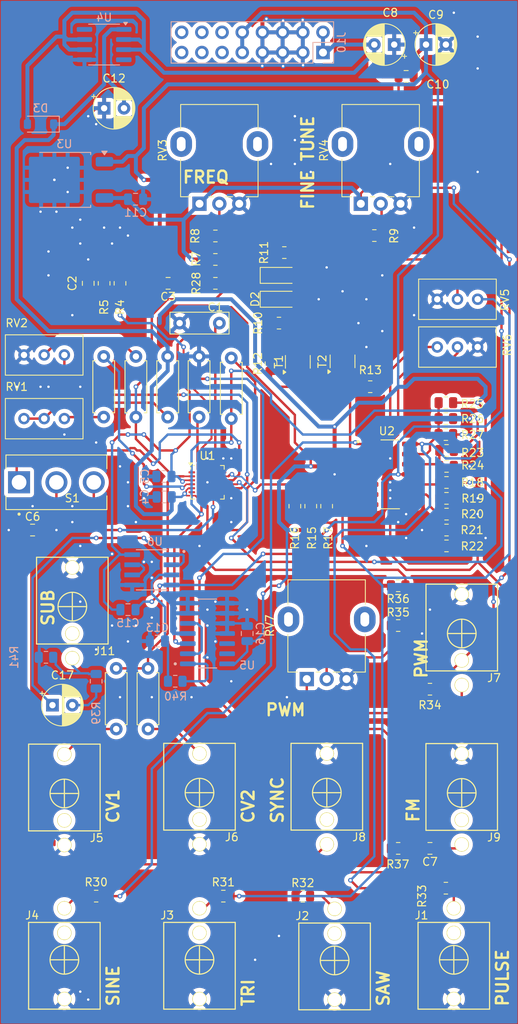
<source format=kicad_pcb>
(kicad_pcb (version 20241229) (generator "pcbnew") (generator_version "9.0")
  (layers (0 "F.Cu" signal) (2 "B.Cu" signal) (13 "F.Paste" user) (15 "B.Paste" user) (5 "F.SilkS" user "F.Silkscreen") (7 "B.SilkS" user "B.Silkscreen") (1 "F.Mask" user) (3 "B.Mask" user) (25 "Edge.Cuts" user))
  (net 0 "")
  (net 1 "Net-(U1-SCALE1)")
  (net 2 "Net-(R1-Pad1)")
  (net 3 "Net-(U1-VFCI)")
  (net 4 "Net-(R2-Pad2)")
  (net 5 "-5VA")
  (net 6 "Net-(R3-Pad2)")
  (net 7 "Lin_FM")
  (net 8 "+12VA")
  (net 9 "Net-(C2-Pad1)")
  (net 10 "Net-(U1-VS)")
  (net 11 "GND")
  (net 12 "+5VA")
  (net 13 "Net-(R8-Pad1)")
  (net 14 "Net-(R9-Pad1)")
  (net 15 "Net-(D2-K)")
  (net 16 "Net-(D1-A)")
  (net 17 "Net-(R12-Pad1)")
  (net 18 "Net-(U2-1IN+)")
  (net 19 "Net-(J8-2)")
  (net 20 "Net-(U2-2IN-)")
  (net 21 "TRI")
  (net 22 "SAW_OUT")
  (net 23 "Net-(U2-3IN+)")
  (net 24 "Net-(U2-3IN-)")
  (net 25 "SAW")
  (net 26 "Pulse_Out")
  (net 27 "Net-(U2-4IN+)")
  (net 28 "Net-(U2-4IN-)")
  (net 29 "PULSE")
  (net 30 "Net-(C3-Pad1)")
  (net 31 "Net-(J9-2)")
  (net 32 "SIN")
  (net 33 "Net-(J5-1)")
  (net 34 "Net-(J6-1)")
  (net 35 "Net-(J4-2)")
  (net 36 "Net-(J3-2)")
  (net 37 "PWM_IN")
  (net 38 "Net-(R35-Pad1)")
  (net 39 "Net-(C7-Pad2)")
  (net 40 "Net-(U1-VHFT)")
  (net 41 "Net-(U2-1IN-)")
  (net 42 "Net-(J2-2)")
  (net 44 "Soft_Sync")
  (net 49 "TR_OUT")
  (net 51 "Net-(U1-CAP)")
  (net 52 "Hard_Sync")
  (net 55 "-12VA")
  (net 57 "Net-(J1-2)")
  (net 58 "Net-(C6-Pad2)")
  (net 59 "Net-(J7-2)")
  (net 68 "Net-(U6-1IN+)")
  (net 69 "Net-(U6-1IN-)")
  (net 70 "Net-(C17-Pad2)")
  (net 71 "Net-(J11-2)")
  (net 73 "Net-(U5-D1)")
  (net 74 "Net-(U6-2IN-)")
  (net 77 "Net-(U5-Q1)")
  (footprint "Potentiometer_THT:Potentiometer_Bourns_3296W_Vertical" (layer "F.Cu") (at 98 75)
    (property "Reference" "RV2")
    (property "Value" "10K")
  )
  (footprint "Capacitor_SMD:C_0805_2012Metric" (layer "F.Cu") (at 111.05 66 180)
    (property "Reference" "C3")
    (property "Value" "10n")
  )
  (footprint "Potentiometer_THT:Potentiometer_Bourns_3296W_Vertical" (layer "F.Cu") (at 150 74)
    (property "Reference" "RV6")
    (property "Value" "10K" (hide yes))
  )
  (footprint "Resistor_SMD:R_0805_2012Metric" (layer "F.Cu") (at 146.07939 98.990749)
    (property "Reference" "R22")
    (property "Value" "100K" (hide yes))
  )
  (footprint "Potentiometer_THT:Potentiometer_Alpha_RD901F-40-00D_Single_Vertical" (layer "F.Cu") (at 135.3 56 90)
    (property "Reference" "RV4")
    (property "Value" "100K")
  )
  (footprint "Resistor_SMD:R_0805_2012Metric" (layer "F.Cu") (at 146.07939 93.018343 180)
    (property "Reference" "R19")
    (property "Value" "100K" (hide yes))
  )
  (footprint "Potentiometer_THT:Potentiometer_Alpha_RD901F-40-00D_Single_Vertical" (layer "F.Cu") (at 115 56 90)
    (property "Reference" "RV3")
    (property "Value" "10K")
  )
  (footprint "Package_TO_SOT_SMD:SOT-23-3" (layer "F.Cu") (at 127.375 75.8625 90)
    (property "Reference" "T1")
    (property "Value" "MMBFJ201" (hide yes))
  )
  (footprint "Potentiometer_THT:Potentiometer_Bourns_3296W_Vertical" (layer "F.Cu") (at 150 68)
    (property "Reference" "RV5")
    (property "Value" "10K" (hide yes))
  )
  (footprint "PJ301 REMPLAZO:SWITCHCRAFT_MDPC2A" (layer "F.Cu") (at 115 151 180)
    (property "Reference" "J3")
    (property "Value" "MDPC2A" (hide yes))
  )
  (footprint "PJ301 REMPLAZO:SWITCHCRAFT_MDPC2A" (layer "F.Cu") (at 131.021069 130)
    (property "Reference" "J8")
    (property "Value" "MDPC2A" (hide yes))
  )
  (footprint "Capacitor_THT:CP_Radial_D5.0mm_P2.50mm" (layer "F.Cu") (at 139.5 36 180)
    (property "Reference" "C8")
    (property "Value" "10u" (hide yes))
  )
  (footprint "Resistor_SMD:R_0805_2012Metric" (layer "F.Cu") (at 140 137 180)
    (property "Reference" "R37")
    (property "Value" "1M" (hide yes))
  )
  (footprint "Capacitor_THT:CP_Radial_D5.0mm_P2.50mm" (layer "F.Cu") (at 103 44)
    (property "Reference" "C12")
    (property "Value" "1u")
  )
  (footprint "Resistor_SMD:R_0805_2012Metric" (layer "F.Cu") (at 137 60 180)
    (property "Reference" "R9")
    (property "Value" "1.5M" (hide yes))
  )
  (footprint "Resistor_SMD:R_0805_2012Metric" (layer "F.Cu") (at 144 117 180)
    (property "Reference" "R34")
    (property "Value" "100K" (hide yes))
  )
  (footprint "Resistor_SMD:R_0805_2012Metric" (layer "F.Cu") (at 124 76.0875 90)
    (property "Reference" "R12")
    (property "Value" "1K" (hide yes))
  )
  (footprint "Capacitor_THT:CP_Radial_D5.0mm_P2.50mm" (layer "F.Cu") (at 96.5 119)
    (property "Reference" "C17")
    (property "Value" "10u" (hide yes))
  )
  (footprint "Resistor_SMD:R_0805_2012Metric" (layer "F.Cu") (at 146 142)
    (property "Reference" "R33")
    (property "Value" "1K" (hide yes))
  )
  (footprint "Resistor_SMD:R_0805_2012Metric" (layer "F.Cu") (at 140 109)
    (property "Reference" "R35")
    (property "Value" "100K" (hide yes))
  )
  (footprint "Capacitor_SMD:C_0805_2012Metric" (layer "F.Cu") (at 144 137 180)
    (property "Reference" "C7")
    (property "Value" "10n" (hide yes))
  )
  (footprint "Capacitor_SMD:C_0805_2012Metric" (layer "F.Cu") (at 141 40 180)
    (property "Reference" "C10")
    (property "Value" "100n" (hide yes))
  )
  (footprint "Resistor_SMD:R_0805_2012Metric" (layer "F.Cu") (at 118 143 180)
    (property "Reference" "R31")
    (property "Value" "1K" (hide yes))
  )
  (footprint "Resistor_THT:R_Axial_DIN0207_L6.3mm_D2.5mm_P7.62mm_Horizontal" (layer "F.Cu") (at 108.522584 121.999999 90)
    (property "Reference" "R29" (hide yes))
    (property "Value" "100k" (hide yes))
  )
  (footprint "Resistor_THT:R_Axial_DIN0207_L6.3mm_D2.5mm_P7.62mm_Horizontal" (layer "F.Cu") (at 107 82.81 90)
    (property "Reference" "R2" (hide yes))
    (property "Value" "470" (hide yes))
  )
  (footprint "Package_TO_SOT_SMD:SOT-23-3" (layer "F.Cu") (at 133 75.802316 90)
    (property "Reference" "T2")
    (property "Value" "MMBFJ201" (hide yes))
  )
  (footprint "Package_DFN_QFN:QFN-24-1EP_4x4mm_P0.5mm_EP2.7x2.7mm" (layer "F.Cu") (at 116 91)
    (property "Reference" "U1")
    (property "Value" "AS3345F" (hide yes))
  )
  (footprint "TL074IDR:SOIC127P600X175-14N" (layer "F.Cu") (at 139 90)
    (property "Reference" "U2")
    (property "Value" "TL074IDR" (hide yes))
  )
  (footprint "Resistor_SMD:R_0805_2012Metric" (layer "F.Cu") (at 146 83 180)
    (property "Reference" "R26")
    (property "Value" "91K" (hide yes))
  )
  (footprint "PJ301 REMPLAZO:SWITCHCRAFT_MDPC2A" (layer "F.Cu") (at 148 110)
    (property "Reference" "J7")
    (property "Value" "MDPC2A")
  )
  (footprint "Resistor_SMD:R_0805_2012Metric" (layer "F.Cu") (at 125.671959 62.139509)
    (property "Reference" "R11")
    (property "Value" "1M" (hide yes))
  )
  (footprint "Resistor_THT:R_Axial_DIN0207_L6.3mm_D2.5mm_P7.62mm_Horizontal" (layer "F.Cu") (at 102.95 82.81 90)
    (property "Reference" "R1" (hide yes))
    (property "Value" "24K" (hide yes))
  )
  (footprint "Resistor_SMD:R_0805_2012Metric" (layer "F.Cu") (at 146.07939 91.024201 180)
    (property "Reference" "R18")
    (property "Value" "100K" (hide yes))
  )
  (footprint "Resistor_SMD:R_0805_2012Metric" (layer "F.Cu") (at 117 60.05)
    (property "Reference" "R8")
    (property "Value" "47K" (hide yes))
  )
  (footprint "Capacitor_THT:C_Rect_L7.2mm_W2.5mm_P5.00mm_FKS2_FKP2_MKS2_MKP2" (layer "F.Cu") (at 117.5 71 180)
    (property "Reference" "C1")
    (property "Value" "1n")
  )
  (footprint "PJ301 REMPLAZO:SWITCHCRAFT_MDPC2A" (layer "F.Cu") (at 147.994141 130.030205)
    (property "Reference" "J9")
    (property "Value" "MDPC2A" (hide yes))
  )
  (footprint "Capacitor_THT:CP_Radial_D5.0mm_P2.50mm" (layer "F.Cu") (at 143.5 36)
    (property "Reference" "C9")
    (property "Value" "10u" (hide yes))
  )
  (footprint "Resistor_SMD:R_0805_2012Metric" (layer "F.Cu") (at 146.0875 87 180)
    (property "Reference" "R23")
    (property "Value" "180K" (hide yes))
  )
  (footprint "Resistor_THT:R_Axial_DIN0207_L6.3mm_D2.5mm_P7.62mm_Horizontal" (layer "F.Cu") (at 111 75.19 -90)
    (property "Reference" "R3" (hide yes))
    (property "Value" "5.6K" (hide yes))
  )
  (footprint "Resistor_SMD:R_0805_2012Metric" (layer "F.Cu") (at 103 66 90)
    (property "Reference" "R5")
    (property "Value" "470" (hide yes))
  )
  (footprint "Resistor_SMD:R_0805_2012Metric" (layer "F.Cu") (at 105 66 90)
    (property "Reference" "R4")
    (property "Value" "1.5M" (hide yes))
  )
  (footprint "Resistor_THT:R_Axial_DIN0207_L6.3mm_D2.5mm_P7.62mm_Horizontal" (layer "F.Cu") (at 119 75.38 -90)
    (property "Reference" "R38" (hide yes))
    (property "Value" "10M" (hide yes))
  )
  (footprint "Resistor_SMD:R_0805_2012Metric" (layer "F.Cu") (at 125 71 180)
    (property "Reference" "R10")
    (property "Value" "1M" (hide yes))
  )
  (footprint "Resistor_SMD:R_0805_2012Metric" (layer "F.Cu") (at 146.0875 89 180)
    (property "Reference" "R24")
    (property "Value" "100K" (hide yes))
  )
  (footprint "Resistor_SMD:R_0805_2012Metric" (layer "F.Cu") (at 102 143 180)
    (property "Reference" "R30")
    (property "Value" "1K" (hide yes))
  )
  (footprint "Capacitor_SMD:C_0805_2012Metric" (layer "F.Cu") (at 94 97)
    (property "Reference" "C6")
    (property "Value" "10n" (hide yes))
  )
  (footprint "Resistor_SMD:R_0805_2012Metric" (layer "F.Cu") (at 146 81 180)
    (property "Reference" "R25")
    (property "Value" "240K" (hide yes))
  )
  (footprint "Resistor_SMD:R_0805_2012Metric" (layer "F.Cu") (at 131 94 -90)
    (property "Reference" "R17")
    (property "Value" "100K" (hide yes))
  )
  (footprint "100SP1T1B4M2QE:SW_100SP1T1B4M2QE" (layer "F.Cu") (at 97 91 90)
    (property "Reference" "S1")
    (property "Value" "100SP1T1B4M2QE" (hide yes))
  )
  (footprint "Resistor_THT:R_Axial_DIN0207_L6.3mm_D2.5mm_P7.62mm_Horizontal" (layer "F.Cu") (at 104.522584 121.999999 90)
    (property "Reference" "R14" (hide yes))
    (property "Value" "100K" (hide yes))
  )
  (footprint "PJ301 REMPLAZO:SWITCHCRAFT_MDPC2A" (layer "F.Cu") (at 99 106.62)
    (property "Reference" "J11")
    (property "Value" "MDPC2A")
  )
  (footprint "Resistor_SMD:R_0805_2012Metric" (layer "F.Cu") (at 128 143)
    (property "Reference" "R32")
    (property "Value" "1K" (hide yes))
  )
  (footprint "Diode_SMD:D_SOD-123" (layer "F.Cu") (at 125 68)
    (property "Reference" "D2")
    (property "Value" "4148" (hide yes))
  )
  (footprint "Resistor_SMD:R_0805_2012Metric" (layer "F.Cu") (at 117 66)
    (property "Reference" "R28")
    (property "Value" "470" (hide yes))
  )
  (footprint "Resistor_THT:R_Axial_DIN0207_L6.3mm_D2.5mm_P7.62mm_Horizontal" (layer "F.Cu") (at 114.948204 82.804532 90)
    (property "Reference" "R6" (hide yes))
    (property "Value" "1.8K" (hide yes))
  )
  (footprint "Resistor_SMD:R_0805_2012Metric" (layer "F.Cu") (at 146 85)
    (property "Reference" "R27")
    (property "Value" "100K" (hide yes))
  )
  (footprint "Resistor_SMD:R_0805_2012Metric" (layer "F.Cu") (at 136.482041 78.98998)
    (property "Reference" "R13")
    (property "Value" "1K" (hide yes))
  )
  (footprint "PJ301 REMPLAZO:SWITCHCRAFT_MDPC2A" (layer "F.Cu") (at 98 151 180)
    (property "Reference" "J4")
    (property "Value" "MDPC2A")
  )
  (footprint "Potentiometer_THT:Potentiometer_Alpha_RD901F-40-00D_Single_Vertical" (layer "F.Cu") (at 128.5 115.725 90)
    (property "Reference" "RV7")
    (property "Value" "100K" (hide yes))
  )
  (footprint "PJ301 REMPLAZO:SWITCHCRAFT_MDPC2A" (layer "F.Cu") (at 115 130)
    (property "Reference" "J6")
    (property "Value" "MDPC2A" (hide yes))
  )
  (footprint "Resistor_SMD:R_0805_2012Metric" (layer "F.Cu") (at 117 63 180)
    (property "Reference" "R7")
    (property "Value" "220K" (hide yes))
  )
  (footprint "Diode_SMD:D_SOD-123" (layer "F.Cu") (at 125 65)
    (property "Reference" "D1" (hide yes))
    (property "Value" "4148" (hide yes))
  )
  (footprint "PJ301 REMPLAZO:SWITCHCRAFT_MDPC2A" (layer "F.Cu") (at 147 151 180)
    (property "Reference" "J1")
    (property "Value" "MDPC2A" (hide yes))
  )
  (footprint "PJ301 REMPLAZO:SWITCHCRAFT_MDPC2A" (layer "F.Cu") (at 98 130.1)
    (property "Reference" "J5")
    (property "Value" "MDPC2A")
  )
  (footprint "PJ301 REMPLAZO:SWITCHCRAFT_MDPC2A" (layer "F.Cu") (at 132 151.08 180)
    (property "Reference" "J2")
    (property "Value" "MDPC2A" (hide yes))
  )
  (footprint "Capacitor_SMD:C_0805_2012Metric" (layer "F.Cu") (at 101 66 -90)
    (property "Reference" "C2")
    (property "Value" "10n" (hide yes))
  )
  (footprint "Resistor_SMD:R_0805_2012Metric" (layer "F.Cu") (at 146.085462 95 180)
    (property "Reference" "R20")
    (property "Value" "91K" (hide yes))
  )
  (footprint "Resistor_SMD:R_0805_2012Metric" (layer "F.Cu") (at 146.085462 97 180)
    (property "Reference" "R21")
    (property "Value" "240K" (hide yes))
  )
  (footprint "Potentiometer_THT:Potentiometer_Bourns_3296W_Vertical" (layer "F.Cu") (at 98 83)
    (property "Reference" "RV1")
    (property "Value" "10K")
  )
  (footprint "Resistor_SMD:R_0805_2012Metric" (layer "F.Cu") (at 127 94 90)
    (property "Reference" "R16")
    (property "Value" "91K" (hide yes))
  )
  (footprint "Resistor_SMD:R_0805_2012Metric" (layer "F.Cu") (at 140 104 180)
    (property "Reference" "R36")
    (property "Value" "200K" (hide yes))
  )
  (footprint "Resistor_SMD:R_0805_2012Metric" (layer "F.Cu") (at 129 94 90)
    (property "Reference" "R15")
    (property "Value" "240K" (hide yes))
  )
  (footprint "Capacitor_SMD:C_0805_2012Metric" (layer "B.Cu") (at 106.956527 55.431941)
    (property "Reference" "C11")
    (property "Value" "100n" (hide yes))
  )
  (footprint "Capacitor_SMD:C_0805_2012Metric" (layer "B.Cu") (at 109.703791 110.954519 180)
    (property "Reference" "C13")
    (property "Value" "22n" (hide yes))
  )
  (footprint "Diode_SMD:D_SOD-123" (layer "B.Cu") (at 95 46 180)
    (property "Reference" "D3")
    (property "Value" "4148")
  )
  (footprint "Resistor_SMD:R_0805_2012Metric" (layer "B.Cu") (at 111.95 116 180)
    (property "Reference" "R40")
    (property "Value" "33K" (hide yes))
  )
  (footprint "Connector_PinHeader_2.54mm:PinHeader_2x08_P2.54mm_Vertical" (layer "B.Cu") (at 130.54 37 90)
    (property "Reference" "J10")
    (property "Value" "Conn_02x05_Odd_Even" (hide yes))
  )
  (footprint "Capacitor_SMD:C_0805_2012Metric" (layer "B.Cu") (at 121 110 90)
    (property "Reference" "C16")
    (property "Value" "100n" (hide yes))
  )
  (footprint "Capacitor_SMD:C_0805_2012Metric" (layer "B.Cu") (at 106 107)
    (property "Reference" "C15")
    (property "Value" "100n" (hide yes))
  )
  (footprint "Resistor_SMD:R_0805_2012Metric" (layer "B.Cu") (at 95.682174 112.991431)
    (property "Reference" "R41")
    (property "Value" "100K" (hide yes))
  )
  (footprint "Resistor_SMD:R_0805_2012Metric" (layer "B.Cu") (at 102 116 90)
    (property "Reference" "R39")
    (property "Value" "1K" (hide yes))
  )
  (footprint "Package_TO_SOT_SMD:TO-252-2" (layer "B.Cu") (at 98 53 180)
    (property "Reference" "U3")
    (property "Value" "LP2950-5.0_TO252" (hide yes))
  )
  (footprint "CD4013BM:SOIC127P600X175-14N" (layer "B.Cu") (at 116 110)
    (property "Reference" "U5")
    (property "Value" "CD4013BM" (hide yes))
  )
  (footprint "TL072IDR:SOIC127P599X175-8N" (layer "B.Cu") (at 109 102 180)
    (property "Reference" "U6")
    (property "Value" "TL072IDR" (hide yes))
  )
  (footprint "Capacitor_SMD:C_0805_2012Metric" (layer "B.Cu") (at 110.555061 92.840244 180)
    (property "Reference" "C4")
    (property "Value" "100nF" (hide yes))
  )
  (footprint "Capacitor_SMD:C_0805_2012Metric" (layer "B.Cu") (at 110.526032 90.272642 180)
    (property "Reference" "C5")
    (property "Value" "100n" (hide yes))
  )
  (footprint "Package_SO:SOIC-8_3.9x4.9mm_P1.27mm" (layer "B.Cu") (at 103 36 180)
    (property "Reference" "U4")
    (property "Value" "L79L05_SO8")
  )
  (gr_rect (start 90 30.49965) (end 155 159) (stroke (width 0.2)) (fill no) (layer "F.Cu") (net 11))
  (gr_text "SYNC\n" (at 125.672406 134.022548 90) (layer "F.SilkS") (effects (font (size 1.5 1.5) (thickness 0.3) (bold yes)) (justify left bottom)))
  (gr_text "SINE" (at 105 157 90) (layer "F.SilkS") (effects (font (size 1.5 1.5) (thickness 0.3) (bold yes)) (justify left bottom)))
  (gr_text "FM" (at 142.756909 133.873663 90) (layer "F.SilkS") (effects (font (size 1.5 1.5) (thickness 0.3) (bold yes)) (justify left bottom)))
  (gr_text "FREQ" (at 112.75 53.543404 0) (layer "F.SilkS") (effects (font (size 1.5 1.5) (thickness 0.3) (bold yes)) (justify left bottom)))
  (gr_text "TRI" (at 122 157 90) (layer "F.SilkS") (effects (font (size 1.5 1.5) (thickness 0.3) (bold yes)) (justify left bottom)))
  (gr_text "PWM" (at 143.772936 115.794051 90) (layer "F.SilkS") (effects (font (size 1.5 1.5) (thickness 0.3) (bold yes)) (justify left bottom)))
  (gr_text "FINE TUNE\n" (at 129.496361 56.893307 90) (layer "F.SilkS") (effects (font (size 1.5 1.5) (thickness 0.3) (bold yes)) (justify left bottom)))
  (gr_text "CV2" (at 122 134 90) (layer "F.SilkS") (effects (font (size 1.5 1.5) (thickness 0.3) (bold yes)) (justify left bottom)))
  (gr_text "CV1" (at 105 134 90) (layer "F.SilkS") (effects (font (size 1.5 1.5) (thickness 0.3) (bold yes)) (justify left bottom)))
  (gr_text "PWM" (at 123.16483 120.471507 0) (layer "F.SilkS") (effects (font (size 1.5 1.5) (thickness 0.3) (bold yes)) (justify left bottom)))
  (gr_text "SAW" (at 139 157 90) (layer "F.SilkS") (effects (font (size 1.5 1.5) (thickness 0.3) (bold yes)) (justify left bottom)))
  (gr_text "PULSE" (at 154 157 90) (layer "F.SilkS") (effects (font (size 1.5 1.5) (thickness 0.3) (bold yes)) (justify left bottom)))
  (gr_text "SUB\n" (at 96.812262 109.193502 90) (layer "F.SilkS") (effects (font (size 1.5 1.5) (thickness 0.3) (bold yes)) (justify left bottom)))
  (segment (start 96.687182 136) (end 96.749 136.061818) (width 0.3) (layer "F.Cu") (net 0))
  (segment (start 96 136) (end 96.687182 136) (width 0.3) (layer "F.Cu") (net 0))
  (segment (start 96.749 136.061818) (end 96.749 136.58) (width 0.3) (layer "F.Cu") (net 0))
  (segment (start 106.570285 87.355428) (end 108 88.785143) (width 0.3) (layer "F.Cu") (net 1))
  (segment (start 112.826835 91.699304) (end 112.909457 91.699304) (width 0.2) (layer "F.Cu") (net 1))
  (segment (start 112.909457 91.699304) (end 113.358761 91.25) (width 0.2) (layer "F.Cu") (net 1))
  (segment (start 113.358761 91.25) (end 114.0375 91.25) (width 0.2) (layer "F.Cu") (net 1))
  (segment (start 108 91.194611) (end 108.345414 91.540025) (width 0.3) (layer "F.Cu") (net 1))
  (segment (start 108 88.785143) (end 108 91.194611) (width 0.3) (layer "F.Cu") (net 1))
  (via (at 106.570285 87.355428) (size 0.6) (drill 0.3) (layers "F.Cu" "B.Cu") (net 1))
  (via (at 108.345414 91.540025) (size 0.6) (drill 0.3) (layers "F.Cu" "B.Cu") (net 1))
  (via (at 112.826835 91.699304) (size 0.6) (drill 0.3) (layers "F.Cu" "B.Cu") (net 1))
  (segment (start 104.88 85.665143) (end 106.570285 87.355428) (width 0.3) (layer "B.Cu") (net 1))
  (segment (start 102.95 75.19) (end 104.88 77.12) (width 0.3) (layer "B.Cu") (net 1))
  (segment (start 104.88 77.12) (end 104.88 85.665143) (width 0.3) (layer "B.Cu") (net 1))
  (segment (start 108.345414 91.540025) (end 112.667556 91.540025) (width 0.3) (layer "B.Cu") (net 1))
  (segment (start 112.667556 91.540025) (end 112.826835 91.699304) (width 0.3) (layer "B.Cu") (net 1))
  (segment (start 98.19 82.81) (end 98 83) (width 0.2) (layer "F.Cu") (net 2))
  (segment (start 102.95 82.81) (end 98.19 82.81) (width 0.3) (layer "F.Cu") (net 2))
  (segment (start 107 82.81) (end 107 85.552878) (width 0.3) (layer "F.Cu") (net 3))
  (segment (start 111 90.947122) (end 111 110) (width 0.3) (layer "F.Cu") (net 3))
  (segment (start 111 110) (end 108.522584 112.477416) (width 0.3) (layer "F.Cu") (net 3))
  (segment (start 109 77) (end 107 79) (width 0.3) (layer "F.Cu") (net 3))
  (segment (start 107 85.552878) (end 111.697122 90.25) (width 0.3) (layer "F.Cu") (net 3))
  (segment (start 113 90.25) (end 111.697122 90.25) (width 0.3) (layer "F.Cu") (net 3))
  (segment (start 113 90.25) (end 114.0375 90.25) (width 0.2) (layer "F.Cu") (net 3))
  (segment (start 109 70) (end 109 77) (width 0.3) (layer "F.Cu") (net 3))
  (segment (start 104.522584 114.379999) (end 108.522584 114.379999) (width 0.3) (layer "F.Cu") (net 3))
  (segment (start 117.9125 67.0875) (end 117 68) (width 0.3) (layer "F.Cu") (net 3))
  (segment (start 117 68) (end 111 68) (width 0.3) (layer "F.Cu") (net 3))
  (segment (start 135.0875 59) (end 118.9625 59) (width 0.3) (layer "F.Cu") (net 3))
  (segment (start 117.9125 60.05) (end 117.9125 66) (width 0.3) (layer "F.Cu") (net 3))
  (segment (start 118.9625 59) (end 117.9125 60.05) (width 0.3) (layer "F.Cu") (net 3))
  (segment (start 108.522584 112.477416) (end 108.522584 114.379999) (width 0.3) (layer "F.Cu") (net 3))
  (segment (start 117.9125 66) (end 117.9125 67.0875) (width 0.3) (layer "F.Cu") (net 3))
  (segment (start 111.697122 90.25) (end 111 90.947122) (width 0.3) (layer "F.Cu") (net 3))
  (segment (start 111 68) (end 109 70) (width 0.3) (layer "F.Cu") (net 3))
  (segment (start 136.0875 60) (end 135.0875 59) (width 0.3) (layer "F.Cu") (net 3))
  (via (at 107 79) (size 0.6) (drill 0.3) (layers "F.Cu" "B.Cu") (net 3))
  (segment (start 107 82.81) (end 107 79) (width 0.3) (layer "B.Cu") (net 3))
  (segment (start 107 75.19) (end 104.81 73) (width 0.3) (layer "F.Cu") (net 4))
  (segment (start 97.46 73) (end 95.46 75) (width 0.3) (layer "F.Cu") (net 4))
  (segment (start 104.81 73) (end 97.46 73) (width 0.3) (layer "F.Cu") (net 4))
  (segment (start 113.324 92.035202) (end 113.609202 91.75) (width 0.2) (layer "F.Cu") (net 5))
  (segment (start 113.37849 92.676) (end 113.138563 92.436073) (width 0.2) (layer "F.Cu") (net 5))
  (segment (start 113.609202 91.75) (end 114.0375 91.75) (width 0.2) (layer "F.Cu") (net 5))
  (segment (start 113.324 92.250636) (end 113.324 92.035202) (width 0.2) (layer "F.Cu") (net 5))
  (segment (start 114.4635 92.676) (end 113.37849 92.676) (width 0.2) (layer "F.Cu") (net 5))
  (segment (start 114.75 92.9625) (end 114.4635 92.676) (width 0.2) (layer "F.Cu") (net 5))
  (segment (start 113.138563 92.436073) (end 113.324 92.250636) (width 0.2) (layer "F.Cu") (net 5))
  (via (at 113.138563 92.436073) (size 0.6) (drill 0.3) (layers "F.Cu" "B.Cu") (net 5))
  (segment (start 111 75.19) (end 111 77) (width 0.5) (layer "B.Cu") (net 5))
  (segment (start 96.65 46) (end 98 46) (width 0.5) (layer "B.Cu") (net 5))
  (segment (start 112.734392 92.840244) (end 113.138563 92.436073) (width 0.3) (layer "B.Cu") (net 5))
  (segment (start 111 74) (end 111 75.19) (width 0.5) (layer "B.Cu") (net 5))
  (segment (start 108 95) (end 111 95) (width 0.5) (layer "B.Cu") (net 5))
  (segment (start 105.5 44) (end 105.5 42.5) (width 0.5) (layer "B.Cu") (net 5))
  (segment (start 96.65 47.35) (end 96 48) (width 0.5) (layer "B.Cu") (net 5))
  (segment (start 111 95) (end 111.505061 94.494939) (width 0.5) (layer "B.Cu") (net 5))
  (segment (start 109 79) (end 109 87) (width 0.5) (layer "B.Cu") (net 5))
  (segment (start 92 68) (end 96 72) (width 0.5) (layer "B.Cu") (net 5))
  (segment (start 96 48) (end 93 48) (width 0.5) (layer "B.Cu") (net 5))
  (segment (start 103 35) (end 103.905 34.095) (width 0.5) (layer "B.Cu") (net 5))
  (segment (start 107 89) (end 107 94) (width 0.5) (layer "B.Cu") (net 5))
  (segment (start 96 72) (end 109 72) (width 0.5) (layer "B.Cu") (net 5))
  (segment (start 105.5 42.5) (end 103 40) (width 0.5) (layer "B.Cu") (net 5))
  (segment (start 103 40) (end 103 35) (width 0.5) (layer "B.Cu") (net 5))
  (segment (start 103 41) (end 103 40) (width 0.5) (layer "B.Cu") (net 5))
  (segment (start 98 46) (end 103 41) (width 0.5) (layer "B.Cu") (net 5))
  (segment (start 92 49) (end 92 68) (width 0.5) (layer "B.Cu") (net 5))
  (segment (start 103.905 34.095) (end 105.475 34.095) (width 0.5) (layer "B.Cu") (net 5))
  (segment (start 111 77) (end 109 79) (width 0.5) (layer "B.Cu") (net 5))
  (segment (start 111.505061 92.840244) (end 112.734392 92.840244) (width 0.3) (layer "B.Cu") (net 5))
  (segment (start 111.505061 94.494939) (end 111.505061 92.840244) (width 0.5) (layer "B.Cu") (net 5))
  (segment (start 107 94) (end 108 95) (width 0.5) (layer "B.Cu") (net 5))
  (segment (start 109 87) (end 107 89) (width 0.5) (layer "B.Cu") (net 5))
  (segment (start 93 48) (end 92 49) (width 0.5) (layer "B.Cu") (net 5))
  (segment (start 96.65 46) (end 96.65 47.35) (width 0.5) (layer "B.Cu") (net 5))
  (segment (start 109 72) (end 111 74) (width 0.5) (layer "B.Cu") (net 5))
  (segment (start 92.92 83) (end 95.46 83) (width 0.3) (layer "F.Cu") (net 6))
  (segment (start 109.19 81) (end 111 82.81) (width 0.3) (layer "F.Cu") (net 6))
  (segment (start 95.46 83) (end 97.46 81) (width 0.3) (layer "F.Cu") (net 6))
  (segment (start 97.46 81) (end 109.19 81) (width 0.3) (layer "F.Cu") (net 6))
  (segment (start 116 78) (end 115 78) (width 0.3) (layer "F.Cu") (net 7))
  (segment (start 138 122) (end 121 122) (width 0.3) (layer "F.Cu") (net 7))
  (segment (start 115 78) (end 114 79) (width 0.3) (layer "F.Cu") (net 7))
  (segment (start 105 70) (end 105 66.9125) (width 0.25) (layer "F.Cu") (net 7))
  (segment (start 115 116) (end 115 103) (width 0.3) (layer "F.Cu") (net 7))
  (segment (start 115 80) (end 114 79) (width 0.25) (layer "F.Cu") (net 7))
  (segment (start 114 79) (end 113 78) (width 0.25) (layer "F.Cu") (net 7))
  (segment (start 115.253224 88.452734) (end 115.253224 86.746776) (width 0.25) (layer "F.Cu") (net 7))
  (segment (start 113 78) (end 113 74) (width 0.25) (layer "F.Cu") (net 7))
  (segment (start 115.25 89.0375) (end 115.25 88.455958) (width 0.2) (layer "F.Cu") (net 7))
  (segment (start 103 66.9125) (end 105 66.9125) (width 0.3) (layer "F.Cu") (net 7))
  (segment (start 139.0875 137) (end 139.0875 123.0875) (width 0.3) (layer "F.Cu") (net 7))
  (segment (start 116.512489 81.512489) (end 115 80) (width 0.25) (layer "F.Cu") (net 7))
  (segment (start 116.512489 85.487511) (end 116.512489 83) (width 0.25) (layer "F.Cu") (net 7))
  (segment (start 139.0875 123.0875) (end 138 122) (width 0.3) (layer "F.Cu") (net 7))
  (segment (start 121 122) (end 115 116) (width 0.3) (layer "F.Cu") (net 7))
  (segment (start 115.253224 86.746776) (end 116 86) (width 0.25) (layer "F.Cu") (net 7))
  (segment (start 116.512489 83) (end 116.512489 81.512489) (width 0.25) (layer "F.Cu") (net 7))
  (segment (start 115.25 88.455958) (end 115.253224 88.452734) (width 0.2) (layer "F.Cu") (net 7))
  (segment (start 116 86) (end 116.512489 85.487511) (width 0.25) (layer "F.Cu") (net 7))
  (via (at 116 78) (size 0.6) (drill 0.3) (layers "F.Cu" "B.Cu") (net 7))
  (via (at 115 103) (size 0.6) (drill 0.3) (layers "F.Cu" "B.Cu") (net 7))
  (via (at 113 74) (size 0.6) (drill 0.3) (layers "F.Cu" "B.Cu") (net 7))
  (via (at 105 70) (size 0.6) (drill 0.3) (layers "F.Cu" "B.Cu") (net 7))
  (segment (start 121 78) (end 116 78) (width 0.3) (layer "B.Cu") (net 7))
  (segment (start 123 80) (end 121 78) (width 0.3) (layer "B.Cu") (net 7))
  (segment (start 109 71) (end 106 71) (width 0.3) (layer "B.Cu") (net 7))
  (segment (start 111 73) (end 109 71) (width 0.3) (layer "B.Cu") (net 7))
  (segment (start 113 74) (end 112 73) (width 0.3) (layer "B.Cu") (net 7))
  (segment (start 123 98) (end 123 80) (width 0.3) (layer "B.Cu") (net 7))
  (segment (start 118 100) (end 121 100) (width 0.3) (layer "B.Cu") (net 7))
  (segment (start 106 71) (end 105 70) (width 0.3) (layer "B.Cu") (net 7))
  (segment (start 115 103) (end 118 100) (width 0.3) (layer "B.Cu") (net 7))
  (segment (start 121 100) (end 123 98) (width 0.3) (layer "B.Cu") (net 7))
  (segment (start 112 73) (end 111 73) (width 0.3) (layer "B.Cu") (net 7))
  (segment (start 129 96) (end 128 97) (width 0.5) (layer "F.Cu") (net 8))
  (segment (start 146.997962 97) (end 150 97) (width 0.3) (layer "F.Cu") (net 8))
  (segment (start 127 82.530058) (end 121 76.530058) (width 0.3) (layer "F.Cu") (net 8))
  (segment (start 110 62) (end 110 54) (width 0.5) (layer "F.Cu") (net 8))
  (segment (start 121 76.530058) (end 121 71) (width 0.3) (layer "F.Cu") (net 8))
  (segment (start 112.860233 90.9) (end 113.010232 90.75) (width 0.2) (layer "F.Cu") (net 8))
  (segment (start 128 97) (end 127 97) (width 0.5) (layer "F.Cu") (net 8))
  (segment (start 109 53) (end 108 53) (width 0.5) (layer "F.Cu") (net 8))
  (segment (start 129 89) (end 131 89) (width 0.5) (layer "F.Cu") (net 8))
  (segment (start 129 94.9125) (end 129 96) (width 0.5) (layer "F.Cu") (net 8))
  (segment (start 121 71) (end 119 69) (width 0.3) (layer "F.Cu") (net 8))
  (segment (start 113.010232 90.75) (end 114.0375 90.75) (width 0.2) (layer "F.Cu") (net 8))
  (segment (start 112 87) (end 110 87) (width 0.3) (layer "F.Cu") (net 8))
  (segment (start 113.751 85.249) (end 112 87) (width 0.3) (layer "F.Cu") (net 8))
  (segment (start 134 90) (end 132 88) (width 0.5) (layer "F.Cu") (net 8))
  (segment (start 106.9125 65.0875) (end 110 62) (width 0.5) (layer "F.Cu") (net 8))
  (segment (start 112.249 73.688926) (end 112.249 78.098942) (width 0.3) (layer "F.Cu") (net 8))
  (segment (start 127 86) (end 127 82.530058) (width 0.3) (layer "F.Cu") (net 8))
  (segment (start 151 96) (end 151 82) (width 0.3) (layer "F.Cu") (net 8))
  (segment (start 150 97) (end 151 96) (width 0.3) (layer "F.Cu") (net 8))
  (segment (start 106 85) (end 105 85) (width 0.3) (layer "F.Cu") (net 8))
  (segment (start 105 65.0875) (end 106.9125 65.0875) (width 0.5) (layer "F.Cu") (net 8))
  (segment (start 119 69) (end 116.937926 69) (width 0.3) (layer "F.Cu") (net 8))
  (segment (start 132 88) (end 132 84) (width 0.5) (layer "F.Cu") (net 8))
  (segment (start 123 105) (end 124 104) (width 0.3) (layer "F.Cu") (net 8))
  (segment (start 112.249 78.098942) (end 113.751 79.600942) (width 0.3) (layer "F.Cu") (net 8))
  (segment (start 129 89) (end 129 88) (width 0.3) (layer "F.Cu") (net 8))
  (segment (start 136.525 90) (end 134 90) (width 0.5) (layer "F.Cu") (net 8))
  (segment (start 105 85) (end 104 86) (width 0.3) (layer "F.Cu") (net 8))
  (segment (start 141.95 37.55) (end 143.5 36) (width 0.5) (layer "F.Cu") (net 8))
  (segment (start 110 87) (end 108 85) (width 0.3) (layer "F.Cu") (net 8))
  (segment (start 151 82) (end 150 81) (width 0.3) (layer "F.Cu") (net 8))
  (segment (start 113.751 79.600942) (end 113.751 85.249) (width 0.3) (layer "F.Cu") (net 8))
  (segment (start 146.9125 81) (end 150 81) (width 0.3) (layer "F.Cu") (net 8))
  (segment (start 129 88) (end 127 86) (width 0.3) (layer "F.Cu") (net 8))
  (segment (start 116.937926 69) (end 112.249 73.688926) (width 0.3) (layer "F.Cu") (net 8))
  (segment (start 110 54) (end 109 53) (width 0.5) (layer "F.Cu") (net 8))
  (segment (start 124 104) (end 125 104) (width 0.3) (layer "F.Cu") (net 8))
  (segment (start 141.95 40) (end 141.95 37.55) (width 0.5) (layer "F.Cu") (net 8))
  (segment (start 131 89) (end 132 88) (width 0.5) (layer "F.Cu") (net 8))
  (via (at 112 87) (size 0.6) (drill 0.3) (layers "F.Cu" "B.Cu") (net 8))
  (via (at 125 104) (size 0.6) (drill 0.3) (layers "F.Cu" "B.Cu") (net 8))
  (via (at 132 84) (size 0.6) (drill 0.3) (layers "F.Cu" "B.Cu") (net 8))
  (via (at 129 89) (size 0.6) (drill 0.3) (layers "F.Cu" "B.Cu") (net 8))
  (via (at 123 105) (size 0.6) (drill 0.3) (layers "F.Cu" "B.Cu") (net 8))
  (via (at 112.860233 90.9) (size 0.6) (drill 0.3) (layers "F.Cu" "B.Cu") (net 8))
  (via (at 104 86) (size 0.6) (drill 0.3) (layers "F.Cu" "B.Cu") (net 8))
  (via (at 127 97) (size 0.6) (drill 0.3) (layers "F.Cu" "B.Cu") (net 8))
  (via (at 108 85) (size 0.6) (drill 0.3) (layers "F.Cu" "B.Cu") (net 8))
  (via (at 108 53) (size 0.6) (drill 0.3) (layers "F.Cu" "B.Cu") (net 8))
  (via (at 106 85) (size 0.6) (drill 0.3) (layers "F.Cu" "B.Cu") (net 8))
  (via (at 150 81) (size 0.6) (drill 0.3) (layers "F.Cu" "B.Cu") (net 8))
  (segment (start 107 50) (end 106 50) (width 0.5) (layer "B.Cu") (net 8))
  (segment (start 107 52) (end 108 53) (width 0.5) (layer "B.Cu") (net 8))
  (segment (start 111.476032 90.272642) (end 111.476032 87.523968) (width 0.3) (layer "B.Cu") (net 8))
  (segment (start 111.476032 90.272642) (end 112.232875 90.272642) (width 0.3) (layer "B.Cu") (net 8))
  (segment (start 120.38 34.46) (end 122.84 32) (width 0.5) (layer "B.Cu") (net 8))
  (segment (start 143.5 36) (end 143.5 39.5) (width 0.5) (layer "B.Cu") (net 8))
  (segment (start 142 78) (end 150 78) (width 0.5) (layer "B.Cu") (net 8))
  (segment (start 111.476032 87.523968) (end 112 87) (width 0.3) (layer "B.Cu") (net 8))
  (segment (start 151 80) (end 150 81) (width 0.5) (layer "B.Cu") (net 8))
  (segment (start 120.38 37) (end 120.38 34.46) (width 0.5) (layer "B.Cu") (net 8))
  (segment (start 126 103) (end 126 97) (width 0.3) (layer "B.Cu") (net 8))
  (segment (start 151 79) (end 151 80) (width 0.5) (layer "B.Cu") (net 8))
  (segment (start 126 90) (end 127 89) (width 0.5) (layer "B.Cu") (net 8))
  (segment (start 127 97) (end 126 97) (width 0.5) (layer "B.Cu") (net 8))
  (segment (start 105.28 50.72) (end 103.04 50.72) (width 0.5) (layer "B.Cu") (net 8))
  (segment (start 142 32) (end 143.5 33.5) (width 0.5) (layer "B.Cu") (net 8))
  (segment (start 104.905 100.095) (end 103 102) (width 0.3) (layer "B.Cu") (net 8))
  (segment (start 143.5 39.5) (end 142 41) (width 0.5) (layer "B.Cu") (net 8))
  (segment (start 130 84) (end 122 76) (width 0.5) (layer "B.Cu") (net 8))
  (segment (start 121 110.95) (end 122.05 110.95) (width 0.3) (layer "B.Cu") (net 8))
  (segment (start 122.05 110.95) (end 123 110) (width 0.3) (layer "B.Cu") (net 8))
  (segment (start 104 107) (end 105.05 107) (width 0.3) (layer "B.Cu") (net 8))
  (segment (start 108 85) (end 106 85) (width 0.3) (layer "B.Cu") (net 8))
  (segment (start 112.232875 90.272642) (end 112.860233 90.9) (width 0.3) (layer "B.Cu") (net 8))
  (segment (start 138 81) (end 140 79) (width 0.5) (layer "B.Cu") (net 8))
  (segment (start 143.5 33.5) (end 143.5 36) (width 0.5) (layer "B.Cu") (net 8))
  (segment (start 112 68) (end 110 70) (width 0.5) (layer "B.Cu") (net 8))
  (segment (start 106 50) (end 105.28 50.72) (width 0.5) (layer "B.Cu") (net 8))
  (segment (start 110 70) (end 110 71) (width 0.5) (layer "B.Cu") (net 8))
  (segment (start 145 60) (end 145 41) (width 0.3) (layer "B.Cu") (net 8))
  (segment (start 135 81) (end 138 81) (width 0.5) (layer "B.Cu") (net 8))
  (segment (start 121 112.269999) (end 121 110.95) (width 0.3) (layer "B.Cu") (net 8))
  (segment (start 126 97) (end 125 96) (width 0.5) (layer "B.Cu") (net 8))
  (segment (start 119.459999 113.81) (end 121 112.269999) (width 0.3) (layer "B.Cu") (net 8))
  (segment (start 125 104) (end 126 103) (width 0.3) (layer "B.Cu") (net 8))
  (segment (start 141 79) (end 142 78) (width 0.5) (layer "B.Cu") (net 8))
  (segment (start 125 96) (end 125 94) (width 0.5) (layer "B.Cu") (net 8))
  (segment (start 142 41) (end 111 41) (width 0.5) (layer "B.Cu") (net 8))
  (segment (start 118.475 113.81) (end 119.459999 113.81) (width 0.3) (layer "B.Cu") (net 8))
  (segment (start 122.84 32) (end 142 32) (width 0.5) (layer "B.Cu") (net 8))
  (segment (start 104 99) (end 105.095 100.095) (width 0.3) (layer "B.Cu") (net 8))
  (segment (start 132 84) (end 135 81) (width 0.5) (layer "B.Cu") (net 8))
  (segment (start 108 49) (end 107 50) (width 0.5) (layer "B.Cu") (net 8))
  (segment (start 105.095 100.095) (end 106.53 100.095) (width 0.3) (layer "B.Cu") (net 8))
  (segment (start 140 79) (end 141 79) (width 0.5) (layer "B.Cu") (net 8))
  (segment (start 107 50) (end 107 52) (width 0.5) (layer "B.Cu") (net 8))
  (segment (start 150 78) (end 151 79) (width 0.5) (layer "B.Cu") (net 8))
  (segment (start 127 89) (end 129 89) (width 0.5) (layer "B.Cu") (net 8))
  (segment (start 108 44) (end 108 49) (width 0.5) (layer "B.Cu") (net 8))
  (segment (start 111 41) (end 108 44) (width 0.5) (layer "B.Cu") (net 8))
  (segment (start 123 110) (end 123 105) (width 0.3) (layer "B.Cu") (net 8))
  (segment (start 145 41) (end 143.5 39.5) (width 0.3) (layer "B.Cu") (net 8))
  (segment (start 105.095 100.095) (end 104.905 100.095) (width 0.3) (layer "B.Cu") (net 8))
  (segment (start 103 106) (end 104 107) (width 0.3) (layer "B.Cu") (net 8))
  (segment (start 122 71) (end 119 68) (width 0.5) (layer "B.Cu") (net 8))
  (segment (start 140 65) (end 145 60) (width 0.3) (layer "B.Cu") (net 8))
  (segment (start 122 76) (end 122 71) (width 0.5) (layer "B.Cu") (net 8))
  (segment (start 103 102) (end 103 106) (width 0.3) (layer "B.Cu") (net 8))
  (segment (start 119 68) (end 117 68) (width 0.5) (layer "B.Cu") (net 8))
  (segment (start 125 91) (end 126 90) (width 0.5) (layer "B.Cu") (net 8))
  (segment (start 117 68) (end 112 68) (width 0.5) (layer "B.Cu") (net 8))
  (segment (start 132 84) (end 130 84) (width 0.5) (layer "B.Cu") (net 8))
  (segment (start 140 79) (end 140 65) (width 0.3) (layer "B.Cu") (net 8))
  (segment (start 104 86) (end 104 99) (width 0.3) (layer "B.Cu") (net 8))
  (segment (start 125 94) (end 125 91) (width 0.5) (layer "B.Cu") (net 8))
  (segment (start 101 65.05) (end 102.9625 65.05) (width 0.3) (layer "F.Cu") (net 9))
  (segment (start 102.9625 65.05) (end 103 65.0875) (width 0.3) (layer "F.Cu") (net 9))
  (segment (start 114.748693 88.360297) (end 114.748693 83.004043) (width 0.3) (layer "F.Cu") (net 10))
  (segment (start 114.748693 83.004043) (end 114.948204 82.804532) (width 0.3) (layer "F.Cu") (net 10))
  (segment (start 114.749901 88.361505) (end 114.748693 88.360297) (width 0.3) (layer "F.Cu") (net 10))
  (segment (start 114.75 89.0375) (end 114.75 88.361604) (width 0.2) (layer "F.Cu") (net 10))
  (segment (start 114.75 88.361604) (end 114.749901 88.361505) (width 0.2) (layer "F.Cu") (net 10))
  (segment (start 116.75 88.53849) (end 116.21151 88) (width 0.3) (layer "F.Cu") (net 11))
  (segment (start 116.21151 88) (end 116 88) (width 0.3) (layer "F.Cu") (net 11))
  (segment (start 115.75 88.25) (end 116 88) (width 0.3) (layer "F.Cu") (net 11))
  (segment (start 116.75 89.0375) (end 116.75 88.53849) (width 0.3) (layer "F.Cu") (net 11))
  (segment (start 102 44) (end 101 45) (width 0.3) (layer "F.Cu") (net 11))
  (segment (start 115.75 89.0375) (end 115.75 88.25) (width 0.3) (layer "F.Cu") (net 11))
  (segment (start 103 44) (end 102 44) (width 0.3) (layer "F.Cu") (net 11))
  (via (at 150 52) (size 0.6) (drill 0.3) (layers "F.Cu" "B.Cu") (net 11))
  (via (at 125.519346 32.97996) (size 0.6) (drill 0.3) (layers "F.Cu" "B.Cu") (net 11))
  (via (at 102 46) (size 0.6) (drill 0.3) (layers "F.Cu" "B.Cu") (net 11))
  (via (at 106 94) (size 0.6) (drill 0.3) (layers "F.Cu" "B.Cu") (net 11))
  (via (at 150 95) (size 0.6) (drill 0.3) (layers "F.Cu" "B.Cu") (net 11))
  (via (at 149 89) (size 0.6) (drill 0.3) (layers "F.Cu" "B.Cu") (net 11))
  (via (at 100 106) (size 0.6) (drill 0.3) (layers "F.Cu" "B.Cu") (net 11))
  (via (at 96.74 53) (size 0.6) (drill 0.3) (layers "F.Cu" "B.Cu") (net 11))
  (via (at 99 96) (size 0.6) (drill 0.3) (layers "F.Cu" "B.Cu") (net 11))
  (via (at 127 51) (size 0.6) (drill 0.3) (layers "F.Cu" "B.Cu") (net 11))
  (via (at 142 59) (size 0.6) (drill 0.3) (layers "F.Cu" "B.Cu") (net 11))
  (via (at 106 91) (size 0.6) (drill 0.3) (layers "F.Cu" "B.Cu") (net 11))
  (via (at 119 93) (size 0.6) (drill 0.3) (layers "F.Cu" "B.Cu") (net 11))
  (via (at 101 63) (size 0.6) (drill 0.3) (layers "F.Cu" "B.Cu") (net 11))
  (via (at 116 109) (size 0.6) (drill 0.3) (layers "F.Cu" "B.Cu") (net 11))
  (via (at 108 101) (size 0.6) (drill 0.3) (layers "F.Cu" "B.Cu") (net 11))
  (via (at 150 35) (size 0.6) (drill 0.3) (layers "F.Cu" "B.Cu") (net 11))
  (via (at 121 107) (size 0.6) (drill 0.3) (layers "F.Cu" "B.Cu") (net 11))
  (via (at 143 110) (size 0.6) (drill 0.3) (layers "F.Cu" "B.Cu") (net 11))
  (via (at 114 118) (size 0.6) (drill 0.3) (layers "F.Cu" "B.Cu") (net 11))
  (via (at 97 57) (size 0.6) (drill 0.3) (layers "F.Cu" "B.Cu") (net 11))
  (via (at 96 65) (size 0.6) (drill 0.3) (layers "F.Cu" "B.Cu") (net 11))
  (via (at 101 156) (size 0.6) (drill 0.3) (layers "F.Cu" "B.Cu") (net 11))
  (via (at 127.989877 32.902369) (size 0.6) (drill 0.3) (layers "F.Cu" "B.Cu") (net 11))
  (via (at 99 94) (size 0.6) (drill 0.3) (layers "F.Cu" "B.Cu") (net 11))
  (via (at 138 72) (size 0.6) (drill 0.3) (layers "F.Cu" "B.Cu") (net 11))
  (via (at 130 68) (size 0.6) (drill 0.3) (layers "F.Cu" "B.Cu") (net 11))
  (via (at 135 71) (size 0.6) (drill 0.3) (layers "F.Cu" "B.Cu") (net 11))
  (via (at 109 103) (size 0.6) (drill 0.3) (layers "F.Cu" "B.Cu") (net 11))
  (via (at 143 97) (size 0.6) (drill 0.3) (layers "F.Cu" "B.Cu") (net 11))
  (via (at 132 90) (size 0.6) (drill 0.3) (layers "F.Cu" "B.Cu") (net 11))
  (via (at 94 94) (size 0.6) (drill 0.3) (layers "F.Cu" "B.Cu") (net 11))
  (via (at 136 68) (size 0.6) (drill 0.3) (layers "F.Cu" "B.Cu") (net 11))
  (via (at 151 98) (size 0.6) (drill 0.3) (layers "F.Cu" "B.Cu") (net 11))
  (via (at 133 67) (size 0.6) (drill 0.3) (layers "F.Cu" "B.Cu") (net 11))
  (via (at 105 89) (size 0.6) (drill 0.3) (layers "F.Cu" "B.Cu") (net 11))
  (via (at 103 59) (size 0.6) (drill 0.3) (layers "F.Cu" "B.Cu") (net 11))
  (via (at 138 65) (size 0.6) (drill 0.3) (layers "F.Cu" "B.Cu") (net 11))
  (via (at 107 96) (size 0.6) (drill 0.3) (layers "F.Cu" "B.Cu") (net 11))
  (via (at 98.415 51.475) (size 0.6) (drill 0.3) (layers "F.Cu" "B.Cu") (net 11))
  (via (at 142 70) (size 0.6) (drill 0.3) (layers "F.Cu" "B.Cu") (net 11))
  (via (at 128.031127 38.593197) (size 0.6) (drill 0.3) (layers "F.Cu" "B.Cu") (net 11))
  (via (at 116 113) (size 0.6) (drill 0.3) (layers "F.Cu" "B.Cu") (net 11))
  (via (at 100 99) (size 0.6) (drill 0.3) (layers "F.Cu" "B.Cu") (net 11))
  (via (at 100 79) (size 0.6) (drill 0.3) (layers "F.Cu" "B.Cu") (net 11))
  (via (at 98.415 54.525) (size 0.6) (drill 0.3) (layers "F.Cu" "B.Cu") (net 11))
  (via (at 127 48) (size 0.6) (drill 0.3) (layers "F.Cu" "B.Cu") (net 11))
  (via (at 91 97) (size 0.6) (drill 0.3) (layers "F.Cu" "B.Cu") (net 11))
  (via (at 119 116) (size 0.6) (drill 0.3) (layers "F.Cu" "B.Cu") (net 11))
  (via (at 117 111) (size 0.6) (drill 0.3) (layers "F.Cu" "B.Cu") (net 11))
  (via (at 140 96) (size 0.6) (drill 0.3) (layers "F.Cu" "B.Cu") (net 11))
  (via (at 131 64) (size 0.6) (drill 0.3) (layers "F.Cu" "B.Cu") (net 11))
  (via (at 147 32) (size 0.6) (drill 0.3) (layers "F.Cu" "B.Cu") (net 11))
  (via (at 119 88) (size 0.6) (drill 0.3) (layers "F.Cu" "B.Cu") (net 11))
  (via (at 95 79) (size 0.6) (drill 0.3) (layers "F.Cu" "B.Cu") (net 11))
  (via (at 139 92) (size 0.6) (drill 0.3) (layers "F.Cu" "B.Cu") (net 11))
  (via (at 136 99) (size 0.6) (drill 0.3) (layers "F.Cu" "B.Cu") (net 11))
  (via (at 105 118) (size 0.6) (drill 0.3) (layers "F.Cu" "B.Cu") (net 11))
  (via (at 96.74 53) (size 0.6) (drill 0.3) (layers "F.Cu" "B.Cu") (net 11))
  (via (at 123.420328 32.764246) (size 0.6) (drill 0.3) (layers "F.Cu" "B.Cu") (net 11))
  (via (at 125.519346 38.710857) (size 0.6) (drill 0.3) (layers "F.Cu" "B.Cu") (net 11))
  (via (at 139 93) (size 0.6) (drill 0.3) (layers "F.Cu" "B.Cu") (net 11))
  (via (at 144 107) (size 0.6) (drill 0.3) (layers "F.Cu" "B.Cu") (net 11))
  (via (at 125 148) (size 0.6) (drill 0.3) (layers "F.Cu" "B.Cu") (net 11))
  (via (at 119 96) (size 0.6) (drill 0.3) (layers "F.Cu" "B.Cu") (net 11))
  (via (at 108 93) (size 0.6) (drill 0.3) (layers "F.Cu" "B.Cu") (net 11))
  (via (at 96 79) (size 0.6) (drill 0.3) (layers "F.Cu" "B.Cu") (net 11))
  (via (at 104 61) (size 0.6) (drill 0.3) (layers "F.Cu" "B.Cu") (net 11))
  (via (at 139 91) (size 0.6) (drill 0.3) (layers "F.Cu" "B.Cu") (net 11))
  (via (at 127 45) (size 0.6) (drill 0.3) (layers "F.Cu" "B.Cu") (net 11))
  (via (at 109 101) (size 0.6) (drill 0.3) (layers "F.Cu" "B.Cu") (net 11))
  (via (at 96.74 53) (size 0.6) (drill 0.3) (layers "F.Cu" "B.Cu") (net 11))
  (via (at 99 59) (size 0.6) (drill 0.3) (layers "F.Cu" "B.Cu") (net 11))
  (via (at 97 97) (size 0.6) (drill 0.3) (layers "F.Cu" "B.Cu") (net 11))
  (via (at 127 45) (size 0.6) (drill 0.3) (layers "F.Cu" "B.Cu") (net 11))
  (via (at 92 79) (size 0.6) (drill 0.3) (layers "F.Cu" "B.Cu") (net 11))
  (via (at 101 45) (size 0.6) (drill 0.3) (layers "F.Cu" "B.Cu") (net 11))
  (via (at 141 98) (size 0.6) (drill 0.3) (layers "F.Cu" "B.Cu") (net 11))
  (via (at 106 111) (size 0.6) (drill 0.3) (layers "F.Cu" "B.Cu") (net 11))
  (via (at 100 155) (size 0.6) (drill 0.3) (layers "F.Cu" "B.Cu") (net 11))
  (via (at 96.74 53) (size 0.6) (drill 0.3) (layers "F.Cu" "B.Cu") (net 11))
  (via (at 122 151) (size 0.6) (drill 0.3) (layers "F.Cu" "B.Cu") (net 11))
  (via (at 141 95) (size 0.6) (drill 0.3) (layers "F.Cu" "B.Cu") (net 11))
  (via (at 107 109) (size 0.6) (drill 0.3) (layers "F.Cu" "B.Cu") (net 11))
  (via (at 100 58) (size 0.6) (drill 0.3) (layers "F.Cu" "B.Cu") (net 11))
  (via (at 100 61) (size 0.6) (drill 0.3) (layers "F.Cu" "B.Cu") (net 11))
  (via (at 102 86) (size 0.6) (drill 0.3) (layers "F.Cu" "B.Cu") (net 11))
  (via (at 109 108) (size 0.6) (drill 0.3) (layers "F.Cu" "B.Cu") (net 11))
  (via (at 95 57) (size 0.6) (drill 0.3) (layers "F.Cu" "B.Cu") (net 11))
  (via (at 104 109) (size 0.6) (drill 0.3) (layers "F.Cu" "B.Cu") (net 11))
  (via (at 139 51) (size 0.6) (drill 0.3) (layers "F.Cu" "B.Cu") (net 11))
  (via (at 106 60) (size 0.6) (drill 0.3) (layers "F.Cu" "B.Cu") (net 11))
  (via (at 150 93) (size 0.6) (drill 0.3) (layers "F.Cu" "B.Cu") (net 11))
  (via (at 116 107) (size 0.6) (drill 0.3) (layers "F.Cu" "B.Cu") (net 11))
  (via (at 149 83) (size 0.6) (drill 0.3) (layers "F.Cu" "B.Cu") (net 11))
  (via (at 98 85) (size 0.6) (drill 0.3) (layers "F.Cu" "B.Cu") (net 11))
  (via (at 96.74 53) (size 0.6) (drill 0.3) (layers "F.Cu" "B.Cu") (net 11))
  (via (at 116 88) (size 0.6) (drill 0.3) (layers "F.Cu" "B.Cu") (net 11))
  (via (at 118 88) (size 0.6) (drill 0.3) (layers "F.Cu" "B.Cu") (net 11))
  (via (at 104 100) (size 0.6) (drill 0.3) (layers "F.Cu" "B.Cu") (net 11))
  (via (at 128 48) (size 0.6) (drill 0.3) (layers "F.Cu" "B.Cu") (net 11))
  (via (at 150 39) (size 0.6) (drill 0.3) (layers "F.Cu" "B.Cu") (net 11))
  (via (at 117 106) (size 0.6) (drill 0.3) (layers "F.Cu" "B.Cu") (net 11))
  (via (at 115 99) (size 0.6) (drill 0.3) (layers "F.Cu" "B.Cu") (net 11))
  (via (at 139 88) (size 0.6) (drill 0.3) (layers "F.Cu" "B.Cu") (net 11))
  (via (at 124 51) (size 0.6) (drill 0.3) (layers "F.Cu" "B.Cu") (net 11))
  (via (at 136 74) (size 0.6) (drill 0.3) (layers "F.Cu" "B.Cu") (net 11))
  (via (at 109 118) (size 0.6) (drill 0.3) (layers "F.Cu" "B.Cu") (net 11))
  (via (at 126 118) (size 0.6) (drill 0.3) (layers "F.Cu" "B.Cu") (net 11))
  (via (at 102 112) (size 0.6) (drill 0.3) (layers "F.Cu" "B.Cu") (net 11))
  (via (at 96 62) (size 0.6) (drill 0.3) (layers "F.Cu" "B.Cu") (net 11))
  (via (at 116 91) (size 0.6) (drill 0.3) (layers "F.Cu" "B.Cu") (net 11))
  (via (at 99 70) (size 0.6) (drill 0.3) (layers "F.Cu" "B.Cu") (net 11))
  (via (at 129 52) (size 0.6) (drill 0.3) (layers "F.Cu" "B.Cu") (net 11))
  (via (at 122.900136 38.680163) (size 0.6) (drill 0.3) (layers "F.Cu" "B.Cu") (net 11))
  (via (at 105 59) (size 0.6) (drill 0.3) (layers "F.Cu" "B.Cu") (net 11))
  (segment (start 118.475 108.73) (end 120.68 108.73) (width 0.3) (layer "B.Cu") (net 11))
  (segment (start 120.68 108.73) (end 121 109.05) (width 0.3) (layer "B.Cu") (net 11))
  (segment (start 148 113.38) (end 144.9125 116.4675) (width 0.3) (layer "F.Cu") (net 12))
  (segment (start 135.3 54.7) (end 135.3 56) (width 0.3) (layer "F.Cu") (net 12))
  (segment (start 152 109.38) (end 152 106) (width 0.3) (layer "F.Cu") (net 12))
  (segment (start 148 113.38) (end 152 109.38) (width 0.3) (layer "F.Cu") (net 12))
  (segment (start 144.9125 116.4675) (end 144.9125 117) (width 0.3) (layer "F.Cu") (net 12))
  (segment (start 153 103) (end 154 102) (width 0.3) (layer "F.Cu") (net 12))
  (segment (start 147 54) (end 136 54) (width 0.3) (layer "F.Cu") (net 12))
  (segment (start 116.0875 63) (end 114 63) (width 0.5) (layer "F.Cu") (net 12))
  (segment (start 154 102) (end 154 63) (width 0.3) (layer "F.Cu") (net 12))
  (segment (start 136 54) (end 135.3 54.7) (width 0.3) (layer "F.Cu") (net 12))
  (via (at 154 63) (size 0.6) (drill 0.3) (layers "F.Cu" "B.Cu") (net 12))
  (via (at 152 106) (size 0.6) (drill 0.3) (layers "F.Cu" "B.Cu") (net 12))
  (via (at 147 54) (size 0.6) (drill 0.3) (layers "F.Cu" "B.Cu") (net 12))
  (via (at 153 103) (size 0.6) (drill 0.3) (layers "F.Cu" "B.Cu") (net 12))
  (via (at 114 63) (size 0.6) (drill 0.3) (layers "F.Cu" "B.Cu") (net 12))
  (segment (start 152 106) (end 152 104) (width 0.3) (layer "B.Cu") (net 12))
  (segment (start 113 58) (end 115 56) (width 0.5) (layer "B.Cu") (net 12))
  (segment (start 106.006527 55.431941) (end 108.574586 58) (width 0.5) (layer "B.Cu") (net 12))
  (segment (start 103.04 55.28) (end 105.854586 55.28) (width 0.5) (layer "B.Cu") (net 12))
  (segment (start 114 63) (end 113 62) (width 0.5) (layer "B.Cu") (net 12))
  (segment (start 117 54) (end 134.15 54) (width 0.5) (layer "B.Cu") (net 12))
  (segment (start 115 56) (end 117 54) (width 0.5) (layer "B.Cu") (net 12))
  (segment (start 108.574586 58) (end 113 58) (width 0.5) (layer "B.Cu") (net 12))
  (segment (start 105.854586 55.28) (end 106.006527 55.431941) (width 0.5) (layer "B.Cu") (net 12))
  (segment (start 154 63) (end 147 56) (width 0.3) (layer "B.Cu") (net 12))
  (segment (start 147 56) (end 147 54) (width 0.3) (layer "B.Cu") (net 12))
  (segment (start 135 55.7) (end 135.3 56) (width 0.5) (layer "B.Cu") (net 12))
  (segment (start 152 104) (end 153 103) (width 0.3) (layer "B.Cu") (net 12))
  (segment (start 135 54.85) (end 135 55.7) (width 0.5) (layer "B.Cu") (net 12))
  (segment (start 134.15 54) (end 135 54.85) (width 0.5) (layer "B.Cu") (net 12))
  (segment (start 113 62) (end 113 58) (width 0.5) (layer "B.Cu") (net 12))
  (segment (start 117.5 57.5) (end 117.5 56) (width 0.3) (layer "F.Cu") (net 13))
  (segment (start 116.0875 60.05) (end 116.0875 58.9125) (width 0.3) (layer "F.Cu") (net 13))
  (segment (start 116.0875 58.9125) (end 117.5 57.5) (width 0.3) (layer "F.Cu") (net 13))
  (segment (start 137.9125 60) (end 137.9125 56.1125) (width 0.3) (layer "F.Cu") (net 14))
  (segment (start 137.9125 56.1125) (end 137.8 56) (width 0.3) (layer "F.Cu") (net 14))
  (segment (start 123.35 68.35) (end 124.0875 69.0875) (width 0.3) (layer "F.Cu") (net 15))
  (segment (start 124.0875 69.0875) (end 124.0875 71) (width 0.3) (layer "F.Cu") (net 15))
  (segment (start 147.46 64.46) (end 147.46 68) (width 0.3) (layer "F.Cu") (net 15))
  (segment (start 131 60) (end 134 63) (width 0.3) (layer "F.Cu") (net 15))
  (segment (start 121 67) (end 121 62) (width 0.3) (layer "F.Cu") (net 15))
  (segment (start 146 63) (end 147.46 64.46) (width 0.3) (layer "F.Cu") (net 15))
  (segment (start 121 62) (end 123 60) (width 0.3) (layer "F.Cu") (net 15))
  (segment (start 124 71.0875) (end 124.0875 71) (width 0.3) (layer "F.Cu") (net 15))
  (segment (start 123 60) (end 131 60) (width 0.3) (layer "F.Cu") (net 15))
  (segment (start 123.35 68) (end 123.35 68.35) (width 0.3) (layer "F.Cu") (net 15))
  (segment (start 122 68) (end 121 67) (width 0.3) (layer "F.Cu") (net 15))
  (segment (start 134 63) (end 146 63) (width 0.3) (layer "F.Cu") (net 15))
  (segment (start 123.35 68) (end 122 68) (width 0.3) (layer "F.Cu") (net 15))
  (segment (start 124 75.175) (end 124 71.0875) (width 0.3) (layer "F.Cu") (net 15))
  (segment (start 127.375 74.725) (end 127.375 73.625) (width 0.3) (layer "F.Cu") (net 16))
  (segment (start 132 73) (end 128 73) (width 0.3) (layer "F.Cu") (net 16))
  (segment (start 128 72) (end 128 73) (width 0.3) (layer "F.Cu") (net 16))
  (segment (start 126.584459 62.139509) (end 126.584459 64.934459) (width 0.3) (layer "F.Cu") (net 16))
  (segment (start 126.65 68.65) (end 125.9125 69.3875) (width 0.3) (layer "F.Cu") (net 16))
  (segment (start 126.65 68) (end 126.65 68.65) (width 0.3) (layer "F.Cu") (net 16))
  (segment (start 125.9125 71) (end 127 71) (width 0.3) (layer "F.Cu") (net 16))
  (segment (start 127.375 73.625) (end 128 73) (width 0.3) (layer "F.Cu") (net 16))
  (segment (start 126.584459 64.934459) (end 126.65 65) (width 0.3) (layer "F.Cu") (net 16))
  (segment (start 133 74.664816) (end 133 74) (width 0.3) (layer "F.Cu") (net 16))
  (segment (start 127 71) (end 128 72) (width 0.3) (layer "F.Cu") (net 16))
  (segment (start 133 74) (end 132 73) (width 0.3) (layer "F.Cu") (net 16))
  (segment (start 126.65 65) (end 126.65 68) (width 0.3) (layer "F.Cu") (net 16))
  (segment (start 125.9125 69.3875) (end 125.9125 71) (width 0.3) (layer "F.Cu") (net 16))
  (segment (start 132.05 77.95) (end 132.05 77.1375) (width 0.3) (layer "F.Cu") (net 17))
  (segment (start 131 79) (end 132.05 77.95) (width 0.3) (layer "F.Cu") (net 17))
  (segment (start 124 78) (end 125 79) (width 0.3) (layer "F.Cu") (net 17))
  (segment (start 124 77) (end 124 78) (width 0.3) (layer "F.Cu") (net 17))
  (segment (start 127 79) (end 131 79) (width 0.3) (layer "F.Cu") (net 17))
  (segment (start 125 79) (end 127 79) (width 0.3) (layer "F.Cu") (net 17))
  (segment (start 126.425 77) (end 126.425 78.425) (width 0.3) (layer "F.Cu") (net 17))
  (segment (start 126.425 78.425) (end 127 79) (width 0.3) (layer "F.Cu") (net 17))
  (segment (start 129.325 76) (end 130 76) (width 0.3) (layer "F.Cu") (net 18))
  (segment (start 133.95 78) (end 133.95 77.1375) (width 0.3) (layer "F.Cu") (net 18))
  (segment (start 135.569541 78.98998) (end 134.93998 78.98998) (width 0.3) (layer "F.Cu") (net 18))
  (segment (start 132.6885 75.678316) (end 133.95 76.939816) (width 0.3) (layer "F.Cu") (net 18))
  (segment (start 133.95 79) (end 133.95 78) (width 0.3) (layer "F.Cu") (net 18))
  (segment (start 130 76) (end 130.321684 75.678316) (width 0.3) (layer "F.Cu") (net 18))
  (segment (start 130.321684 75.678316) (end 132.6885 75.678316) (width 0.3) (layer "F.Cu") (net 18))
  (segment (start 133.95 87.95) (end 133.95 79) (width 0.3) (layer "F.Cu") (net 18))
  (segment (start 136.525 88.73) (end 134.73 88.73) (width 0.3) (layer "F.Cu") (net 18))
  (segment (start 134.73 88.73) (end 133.95 87.95) (width 0.3) (layer "F.Cu") (net 18))
  (segment (start 128.325 77) (end 129.325 76) (width 0.3) (layer "F.Cu") (net 18))
  (segment (start 134.93998 78.98998) (end 133.95 78) (width 0.3) (layer "F.Cu") (net 18))
  (segment (start 128.501069 139) (end 131.021069 136.48) (width 0.3) (layer "F.Cu") (net 19))
  (segment (start 93.05 136.05) (end 96 139) (width 0.3) (layer "F.Cu") (net 19))
  (segment (start 93.05 97) (end 93.05 136.05) (width 0.3) (layer "F.Cu") (net 19))
  (segment (start 96 139) (end 128.501069 139) (width 0.3) (layer "F.Cu") (net 19))
  (segment (start 133.9125 93.0875) (end 134.46 92.54) (width 0.3) (layer "F.Cu") (net 20))
  (segment (start 134.46 92.54) (end 136.525 92.54) (width 0.3) (layer "F.Cu") (net 20))
  (segment (start 131 93.0875) (end 133.9125 93.0875) (width 0.3) (layer "F.Cu") (net 20))
  (segment (start 127 93.0875) (end 131 93.0875) (width 0.3) (layer "F.Cu") (net 20))
  (segment (start 134.19 93.81) (end 136.525 93.81) (width 0.3) (layer "F.Cu") (net 21))
  (segment (start 133 99) (end 133 95) (width 0.3) (layer "F.Cu") (net 21))
  (segment (start 118.9125 143) (end 120 143) (width 0.3) (layer "F.Cu") (net 21))
  (segment (start 131 94.9125) (end 133.0875 94.9125) (width 0.3) (layer "F.Cu") (net 21))
  (segment (start 133 95) (end 133.0875 94.9125) (width 0.2) (layer "F.Cu") (net 21))
  (segment (start 133.0875 94.9125) (end 134.19 93.81) (width 0.3) (layer "F.Cu") (net 21))
  (via (at 120 143) (size 0.6) (drill 0.3) (layers "F.Cu" "B.Cu") (net 21))
  (via (at 133 99) (size 0.6) (drill 0.3) (layers "F.Cu" "B.Cu") (net 21))
  (segment (start 138 104) (end 137 103) (width 0.3) (layer "B.Cu") (net 21))
  (segment (start 134 143) (end 138 139) (width 0.3) (layer "B.Cu") (net 21))
  (segment (start 151 103) (end 137 103) (width 0.3) (layer "B.Cu") (net 21))
  (segment (start 152 68) (end 154 70) (width 0.3) (layer "B.Cu") (net 21))
  (segment (start 150 68) (end 152 68) (width 0.3) (layer "B.Cu") (net 21))
  (segment (start 154 70) (end 154 100) (width 0.3) (layer "B.Cu") (net 21))
  (segment (start 154 100) (end 151 103) (width 0.3) (layer "B.Cu") (net 21))
  (segment (start 120 143) (end 134 143) (width 0.3) (layer "B.Cu") (net 21))
  (segment (start 138 139) (end 138 104) (width 0.3) (layer "B.Cu") (net 21))
  (segment (start 137 103) (end 133 99) (width 0.3) (layer "B.Cu") (net 21))
  (segment (start 118.543234 91.25) (end 118.545683 91.252449) (width 0.2) (layer "F.Cu") (net 22))
  (segment (start 148.975799 91.024201) (end 149 91) (width 0.3) (layer "F.Cu") (net 22))
  (segment (start 146.99189 91.024201) (end 148.975799 91.024201) (width 0.3) (layer "F.Cu") (net 22))
  (segment (start 117.9625 91.25) (end 118.543234 91.25) (width 0.2) (layer "F.Cu") (net 22))
  (segment (start 119.747551 91.252449) (end 120 91) (width 0.25) (layer "F.Cu") (net 22))
  (segment (start 119 98) (end 119.5 98.5) (width 0.3) (layer "F.Cu") (net 22))
  (segment (start 137 101) (end 122 101) (width 0.3) (layer "F.Cu") (net 22))
  (segment (start 122 101) (end 119 98) (width 0.3) (layer "F.Cu") (net 22))
  (segment (start 118.545683 91.252449) (end 119.747551 91.252449) (width 0.25) (layer "F.Cu") (net 22))
  (via (at 120 91) (size 0.6) (drill 0.3) (layers "F.Cu" "B.Cu") (net 22))
  (via (at 137 101) (size 0.6) (drill 0.3) (layers "F.Cu" "B.Cu") (net 22))
  (via (at 119 98) (size 0.6) (drill 0.3) (layers "F.Cu" "B.Cu") (net 22))
  (via (at 149 91) (size 0.6) (drill 0.3) (layers "F.Cu" "B.Cu") (net 22))
  (segment (start 120 91) (end 121 92) (width 0.25) (layer "B.Cu") (net 22))
  (segment (start 149 91) (end 151 91) (width 0.3) (layer "B.Cu") (net 22))
  (segment (start 121 92) (end 121 96) (width 0.25) (layer "B.Cu") (net 22))
  (segment (start 153 99) (end 151 101) (width 0.3) (layer "B.Cu") (net 22))
  (segment (start 151 91) (end 153 93) (width 0.3) (layer "B.Cu") (net 22))
  (segment (start 151 101) (end 137 101) (width 0.3) (layer "B.Cu") (net 22))
  (segment (start 153 93) (end 153 99) (width 0.3) (layer "B.Cu") (net 22))
  (segment (start 121 96) (end 119 98) (width 0.25) (layer "B.Cu") (net 22))
  (segment (start 144.921091 91.27) (end 145.16689 91.024201) (width 0.3) (layer "F.Cu") (net 23))
  (segment (start 141.475 91.27) (end 144.921091 91.27) (width 0.3) (layer "F.Cu") (net 23))
  (segment (start 145.16689 93.018343) (end 145.16689 91.024201) (width 0.3) (layer "F.Cu") (net 23))
  (segment (start 144 94) (end 145 95) (width 0.3) (layer "F.Cu") (net 24))
  (segment (start 143.54 92.54) (end 144 93) (width 0.3) (layer "F.Cu") (net 24))
  (segment (start 145.172962 97) (end 145.172962 98.984677) (width 0.3) (layer "F.Cu") (net 24))
  (segment (start 145.172962 98.984677) (end 145.16689 98.990749) (width 0.3) (layer "F.Cu") (net 24))
  (segment (start 141.475 92.54) (end 143.54 92.54) (width 0.3) (layer "F.Cu") (net 24))
  (segment (start 144 93) (end 144 94) (width 0.3) (layer "F.Cu") (net 24))
  (segment (start 145.172962 95) (end 145.172962 97) (width 0.3) (layer "F.Cu") (net 24))
  (segment (start 145 95) (end 145.172962 95) (width 0.3) (layer "F.Cu") (net 24))
  (segment (start 150 100) (end 150 101) (width 0.3) (layer "F.Cu") (net 25))
  (segment (start 148.990749 98.990749) (end 150 100) (width 0.3) (layer "F.Cu") (net 25))
  (segment (start 139 100) (end 139 95) (width 0.3) (layer "F.Cu") (net 25))
  (segment (start 146.99189 98.990749) (end 148.990749 98.990749) (width 0.3) (layer "F.Cu") (net 25))
  (segment (start 127.0875 143) (end 130.0875 140) (width 0.3) (layer "F.Cu") (net 25))
  (segment (start 141 102) (end 139 100) (width 0.3) (layer "F.Cu") (net 25))
  (segment (start 139 95) (end 140.19 93.81) (width 0.3) (layer "F.Cu") (net 25))
  (segment (start 151 140) (end 154 137) (width 0.3) (layer "F.Cu") (net 25))
  (segment (start 149 102) (end 141 102) (width 0.3) (layer "F.Cu") (net 25))
  (segment (start 130.0875 140) (end 151 140) (width 0.3) (layer "F.Cu") (net 25))
  (segment (start 150 101) (end 149 102) (width 0.3) (layer "F.Cu") (net 25))
  (segment (start 140.19 93.81) (end 141.475 93.81) (width 0.3) (layer "F.Cu") (net 25))
  (segment (start 154 105) (end 150 101) (width 0.3) (layer "F.Cu") (net 25))
  (segment (start 154 137) (end 154 105) (width 0.3) (layer "F.Cu") (net 25))
  (segment (start 111.835672 110.835672) (end 111.835672 98.414328) (width 0.3) (layer "F.Cu") (net 26))
  (segment (start 112 111) (end 111.835672 110.835672) (width 0.3) (layer "F.Cu") (net 26))
  (segment (start 115.25 93.895794) (end 115.250774 93.89502) (width 0.3) (layer "F.Cu") (net 26))
  (segment (start 111.835672 98.414328) (end 115.25 95) (width 0.3) (layer "F.Cu") (net 26))
  (segment (start 119 83) (end 119 86) (width 0.3) (layer "F.Cu") (net 26))
  (segment (start 115.25 95) (end 115.25 93.895794) (width 0.3) (layer "F.Cu") (net 26))
  (segment (start 147 87) (end 148 87) (width 0.3) (layer "F.Cu") (net 26))
  (segment (start 115.25 93.895794) (end 115.25 92.9625) (width 0.2) (layer "F.Cu") (net 26))
  (segment (start 150 85) (end 150 83) (width 0.3) (layer "F.Cu") (net 26))
  (segment (start 148 87) (end 150 85) (width 0.3) (layer "F.Cu") (net 26))
  (segment (start 119 83) (end 119 77) (width 0.3) (layer "F.Cu") (net 26))
  (via (at 150 83) (size 0.6) (drill 0.3) (layers "F.Cu" "B.Cu") (net 26))
  (via (at 112 111) (size 0.6) (drill 0.3) (layers "F.Cu" "B.Cu") (net 26))
  (via (at 115.25 95) (size 0.6) (drill 0.3) (layers "F.Cu" "B.Cu") (net 26))
  (via (at 119 77) (size 0.6) (drill 0.3) (layers "F.Cu" "B.Cu") (net 26))
  (via (at 119 86) (size 0.6) (drill 0.3) (layers "F.Cu" "B.Cu") (net 26))
  (segment (start 113.525 111.27) (end 112.27 111.27) (width 0.3) (layer "B.Cu") (net 26))
  (segment (start 115 86) (end 119 86) (width 0.3) (layer "B.Cu") (net 26))
  (segment (start 149 82) (end 137 82) (width 0.3) (layer "B.Cu") (net 26))
  (segment (start 115.25 95) (end 114 93.75) (width 0.3) (layer "B.Cu") (net 26))
  (segment (start 150 83) (end 149 82) (width 0.3) (layer "B.Cu") (net 26))
  (segment (start 114 87) (end 115 86) (width 0.3) (layer "B.Cu") (net 26))
  (segment (start 112.27 111.27) (end 112 111) (width 0.3) (layer "B.Cu") (net 26))
  (segment (start 128 85) (end 124 81) (width 0.3) (layer "B.Cu") (net 26))
  (segment (start 137 82) (end 134 85) (width 0.3) (layer "B.Cu") (net 26))
  (segment (start 114 93.75) (end 114 87) (width 0.3) (layer "B.Cu") (net 26))
  (segment (start 124 80) (end 121 77) (width 0.3) (layer "B.Cu") (net 26))
  (segment (start 121 77) (end 119 77) (width 0.3) (layer "B.Cu") (net 26))
  (segment (start 134 85) (end 128 85) (width 0.3) (layer "B.Cu") (net 26))
  (segment (start 124 81) (end 124 80) (width 0.3) (layer "B.Cu") (net 26))
  (segment (start 145.175 87) (end 145.175 89) (width 0.3) (layer "F.Cu") (net 27))
  (segment (start 141.475 88.73) (end 144.905 88.73) (width 0.3) (layer "F.Cu") (net 27))
  (segment (start 144.905 88.73) (end 145.175 89) (width 0.3) (layer "F.Cu") (net 27))
  (segment (start 145.0875 81) (end 145.0875 83) (width 0.3) (layer "F.Cu") (net 28))
  (segment (start 144 86.0875) (end 144 87) (width 0.3) (layer "F.Cu") (net 28))
  (segment (start 144 87) (end 143.54 87.46) (width 0.3) (layer "F.Cu") (net 28))
  (segment (start 145.0875 85) (end 144 86.0875) (width 0.3) (layer "F.Cu") (net 28))
  (segment (start 143.54 87.46) (end 141.475 87.46) (width 0.3) (layer "F.Cu") (net 28))
  (segment (start 145.0875 83) (end 145.0875 85) (width 0.3) (layer "F.Cu") (net 28))
  (segment (start 142.992939 86.19) (end 142.998612 86.195673) (width 0.3) (layer "F.Cu") (net 29))
  (segment (start 135 142) (end 134 141) (width 0.3) (layer "F.Cu") (net 29))
  (segment (start 141.475 86.19) (end 142.992939 86.19) (width 0.3) (layer "F.Cu") (net 29))
  (segment (start 146.9125 85) (end 148 85) (width 0.3) (layer "F.Cu") (net 29))
  (segment (start 145.0875 142) (end 135 142) (width 0.3) (layer "F.Cu") (net 29))
  (via (at 148 85) (size 0.6) (drill 0.3) (layers "F.Cu" "B.Cu") (net 29))
  (via (at 142.998612 86.195673) (size 0.6) (drill 0.3) (layers "F.Cu" "B.Cu") (net 29))
  (via (at 134 141) (size 0.6) (drill 0.3) (layers "F.Cu" "B.Cu") (net 29))
  (segment (start 146 88) (end 149 88) (width 0.3) (layer "B.Cu") (net 29))
  (segment (start 144 94) (end 141 97) (width 0.3) (layer "B.Cu") (net 29))
  (segment (start 137 113) (end 137 138) (width 0.3) (layer "B.Cu") (net 29))
  (segment (start 142.998612 86.195673) (end 144.195673 86.195673) (width 0.3) (layer "B.Cu") (net 29))
  (segment (start 150 87) (end 150 86) (width 0.3) (layer "B.Cu") (net 29))
  (segment (start 149 85) (end 148 85) (width 0.3) (layer "B.Cu") (net 29))
  (segment (start 142.998612 86.195673) (end 142.998612 86.998612) (width 0.3) (layer "B.Cu") (net 29))
  (segment (start 142.998612 86.998612) (end 144 88) (width 0.3) (layer "B.Cu") (net 29))
  (segment (start 144.195673 86.195673) (end 146 88) (width 0.3) (layer "B.Cu") (net 29))
  (segment (start 136 112) (end 137 113) (width 0.3) (layer "B.Cu") (net 29))
  (segment (start 134 112) (end 136 112) (width 0.3) (layer "B.Cu") (net 29))
  (segment (start 133 97) (end 132 98) (width 0.3) (layer "B.Cu") (net 29))
  (segment (start 137 138) (end 134 141) (width 0.3) (layer "B.Cu") (net 29))
  (segment (start 132 110) (end 134 112) (width 0.3) (layer "B.Cu") (net 29))
  (segment (start 132 98) (end 132 110) (width 0.3) (layer "B.Cu") (net 29))
  (segment (start 150 86) (end 149 85) (width 0.3) (layer "B.Cu") (net 29))
  (segment (start 141 97) (end 133 97) (width 0.3) (layer "B.Cu") (net 29))
  (segment (start 144 88) (end 144 94) (width 0.3) (layer "B.Cu") (net 29))
  (segment (start 149 88) (end 150 87) (width 0.3) (layer "B.Cu") (net 29))
  (segment (start 112 66) (end 116 66) (width 0.3) (layer "F.Cu") (net 30))
  (segment (start 147.504346 137) (end 147.994141 136.510205) (width 0.3) (layer "F.Cu") (net 31))
  (segment (start 144.95 137) (end 147.504346 137) (width 0.3) (layer "F.Cu") (net 31))
  (segment (start 144.92 74) (end 142 74) (width 0.3) (layer "F.Cu") (net 32))
  (segment (start 137.81 86.19) (end 136.525 86.19) (width 0.3) (layer "F.Cu") (net 32))
  (segment (start 134.79 86.19) (end 134.6 86) (width 0.3) (layer "F.Cu") (net 32))
  (segment (start 139 85) (end 137.81 86.19) (width 0.3) (layer "F.Cu") (net 32))
  (segment (start 102.9125 143) (end 105 143) (width 0.3) (layer "F.Cu") (net 32))
  (segment (start 142 74) (end 139 77) (width 0.3) (layer "F.Cu") (net 32))
  (segment (start 136.525 86.19) (end 134.79 86.19) (width 0.3) (layer "F.Cu") (net 32))
  (segment (start 139 77) (end 139 85) (width 0.3) (layer "F.Cu") (net 32))
  (via (at 134.6 86) (size 0.6) (drill 0.3) (layers "F.Cu" "B.Cu") (net 32))
  (via (at 105 143) (size 0.6) (drill 0.3) (layers "F.Cu" "B.Cu") (net 32))
  (segment (start 118 120) (end 124 114) (width 0.3) (layer "B.Cu") (net 32))
  (segment (start 116 120) (end 118 120) (width 0.3) (layer "B.Cu") (net 32))
  (segment (start 128 86) (end 134.6 86) (width 0.3) (layer "B.Cu") (net 32))
  (segment (start 124 90) (end 128 86) (width 0.3) (layer "B.Cu") (net 32))
  (segment (start 124 114) (end 124 90) (width 0.3) (layer "B.Cu") (net 32))
  (segment (start 105 143) (end 109 139) (width 0.3) (layer "B.Cu") (net 32))
  (segment (start 109 127) (end 116 120) (width 0.3) (layer "B.Cu") (net 32))
  (segment (start 109 139) (end 109 127) (width 0.3) (layer "B.Cu") (net 32))
  (segment (start 98 125.18) (end 101.180001 121.999999) (width 0.3) (layer "F.Cu") (net 33))
  (segment (start 101.180001 121.999999) (end 104.522584 121.999999) (width 0.3) (layer "F.Cu") (net 33))
  (segment (start 111.919999 121.999999) (end 108.522584 121.999999) (width 0.3) (layer "F.Cu") (net 34))
  (segment (start 115 125.08) (end 111.919999 121.999999) (width 0.3) (layer "F.Cu") (net 34))
  (segment (start 99.52 143) (end 101.0875 143) (width 0.3) (layer "F.Cu") (net 35))
  (segment (start 98 144.52) (end 99.52 143) (width 0.3) (layer "F.Cu") (net 35))
  (segment (start 115.5675 144.52) (end 117.0875 143) (width 0.3) (layer "F.Cu") (net 36))
  (segment (start 115 144.52) (end 115.5675 144.52) (width 0.3) (layer "F.Cu") (net 36))
  (segment (start 121 91.730346) (end 121 96) (width 0.3) (layer "F.Cu") (net 37))
  (segment (start 142 117) (end 140.9125 115.9125) (width 0.3) (layer "F.Cu") (net 37))
  (segment (start 119 75.38) (end 122 78.38) (width 0.3) (layer "F.Cu") (net 37))
  (segment (start 116 101) (end 116 97) (width 0.3) (layer "F.Cu") (net 37))
  (segment (start 116 97) (end 116 94) (width 0.3) (layer "F.Cu") (net 37))
  (segment (start 121 96) (end 120 97) (width 0.3) (layer "F.Cu") (net 37))
  (segment (start 143.0875 117) (end 142 117) (width 0.3) (layer "F.Cu") (net 37))
  (segment (start 116 94) (end 115.75 93.75) (width 0.3) (layer "F.Cu") (net 37))
  (segment (start 140.9125 104) (end 140.9125 102.9125) (width 0.3) (layer "F.Cu") (net 37))
  (segment (start 140 102) (end 117 102) (width 0.3) (layer "F.Cu") (net 37))
  (segment (start 122 90.730346) (end 121 91.730346) (width 0.3) (layer "F.Cu") (net 37))
  (segment (start 115.75 93.75) (end 115.75 92.9625) (width 0.2) (layer "F.Cu") (net 37))
  (segment (start 120 97) (end 116 97) (width 0.3) (layer "F.Cu") (net 37))
  (segment (start 117 102) (end 116 101) (width 0.3) (layer "F.Cu") (net 37))
  (segment (start 140.9125 109) (end 140.9125 104) (width 0.3) (layer "F.Cu") (net 37))
  (segment (start 122 78.38) (end 122 90.730346) (width 0.3) (layer "F.Cu") (net 37))
  (segment (start 140 102) (end 140.9125 102.9125) (width 0.3) (layer "F.Cu") (net 37))
  (segment (start 140.9125 115.9125) (end 140.9125 109) (width 0.3) (layer "F.Cu") (net 37))
  (segment (start 131 114) (end 131 115.725) (width 0.3) (layer "F.Cu") (net 38))
  (segment (start 138 113) (end 132 113) (width 0.3) (layer "F.Cu") (net 38))
  (segment (start 132 113) (end 131 114) (width 0.3) (layer "F.Cu") (net 38))
  (segment (start 139.0875 109) (end 139.0875 111.9125) (width 0.3) (layer "F.Cu") (net 38))
  (segment (start 139.0875 111.9125) (end 138 113) (width 0.3) (layer "F.Cu") (net 38))
  (segment (start 143.05 137) (end 140.9125 137) (width 0.3) (layer "F.Cu") (net 39))
  (segment (start 100 80) (end 98 78) (width 0.3) (layer "F.Cu") (net 40))
  (segment (start 113 80) (end 100 80) (width 0.3) (layer "F.Cu") (net 40))
  (segment (start 120.25 91.75) (end 117.9625 91.75) (width 0.3) (layer "F.Cu") (net 40))
  (segment (start 121 90) (end 121 91) (width 0.3) (layer "F.Cu") (net 40))
  (segment (start 98 78) (end 98 75) (width 0.3) (layer "F.Cu") (net 40))
  (segment (start 121 91) (end 120.25 91.75) (width 0.3) (layer "F.Cu") (net 40))
  (via (at 113 80) (size 0.6) (drill 0.3) (layers "F.Cu" "B.Cu") (net 40))
  (via (at 121 90) (size 0.6) (drill 0.3) (layers "F.Cu" "B.Cu") (net 40))
  (segment (start 121 90) (end 121 81) (width 0.3) (layer "B.Cu") (net 40))
  (segment (start 121 81) (end 120 80) (width 0.3) (layer "B.Cu") (net 40))
  (segment (start 120 80) (end 113 80) (width 0.3) (layer "B.Cu") (net 40))
  (segment (start 137.54 87.46) (end 140 85) (width 0.3) (layer "F.Cu") (net 41))
  (segment (start 136.525 87.46) (end 137.54 87.46) (width 0.3) (layer "F.Cu") (net 41))
  (segment (start 140 78) (end 142 76) (width 0.3) (layer "F.Cu") (net 41))
  (segment (start 142 76) (end 146.23 76) (width 0.3) (layer "F.Cu") (net 41))
  (segment (start 147.46 74.77) (end 147.46 74) (width 0.3) (layer "F.Cu") (net 41))
  (segment (start 140 85) (end 140 78) (width 0.3) (layer "F.Cu") (net 41))
  (segment (start 146.23 76) (end 147.46 74.77) (width 0.3) (layer "F.Cu") (net 41))
  (segment (start 132 144.6) (end 130.4 143) (width 0.3) (layer "F.Cu") (net 42))
  (segment (start 130.4 143) (end 128.9125 143) (width 0.3) (layer "F.Cu") (net 42))
  (segment (start 106.300631 86.704428) (end 106.005059 87) (width 0.3) (layer "F.Cu") (net 44))
  (segment (start 107.515184 87) (end 107.135511 87) (width 0.3) (layer "F.Cu") (net 44))
  (segment (start 92 88) (end 92 90.7) (width 0.3) (layer "F.Cu") (net 44))
  (segment (start 92 90.7) (end 92.3 91) (width 0.3) (layer "F.Cu") (net 44))
  (segment (start 109.182775 88.667591) (end 107.515184 87) (width 0.3) (layer "F.Cu") (net 44))
  (segment (start 107.135511 87) (end 106.839939 86.704428) (width 0.3) (layer "F.Cu") (net 44))
  (segment (start 93 87) (end 92 88) (width 0.3) (layer "F.Cu") (net 44))
  (segment (start 118.627225 90.75) (end 118.628263 90.751038) (width 0.2) (layer "F.Cu") (net 44))
  (segment (start 118.628263 90.751038) (end 119.248962 90.751038) (width 0.3) (layer "F.Cu") (net 44))
  (segment (start 106.839939 86.704428) (end 106.300631 86.704428) (width 0.3) (layer "F.Cu") (net 44))
  (segment (start 120 90) (end 120 86) (width 0.3) (layer "F.Cu") (net 44))
  (segment (start 106.005059 87) (end 93 87) (width 0.3) (layer "F.Cu") (net 44))
  (segment (start 117.9625 90.75) (end 118.627225 90.75) (width 0.2) (layer "F.Cu") (net 44))
  (segment (start 119.248962 90.751038) (end 120 90) (width 0.3) (layer "F.Cu") (net 44))
  (via (at 120 86) (size 0.6) (drill 0.3) (layers "F.Cu" "B.Cu") (net 44))
  (via (at 109.182775 88.667591) (size 0.6) (drill 0.3) (layers "F.Cu" "B.Cu") (net 44))
  (segment (start 119 85) (end 111 85) (width 0.3) (layer "B.Cu") (net 44))
  (segment (start 110 86) (end 110 88) (width 0.3) (layer "B.Cu") (net 44))
  (segment (start 111 85) (end 110 86) (width 0.3) (layer "B.Cu") (net 44))
  (segment (start 110 88) (end 109.332409 88.667591) (width 0.3) (layer "B.Cu") (net 44))
  (segment (start 109.332409 88.667591) (end 109.182775 88.667591) (width 0.3) (layer "B.Cu") (net 44))
  (segment (start 120 86) (end 119 85) (width 0.3) (layer "B.Cu") (net 44))
  (segment (start 118.894524 89.996334) (end 118.640858 90.25) (width 0.3) (layer "F.Cu") (net 49))
  (segment (start 136.525 91.27) (end 122.73 91.27) (width 0.3) (layer "F.Cu") (net 49))
  (segment (start 119.084427 89.996334) (end 118.894524 89.996334) (width 0.2) (layer "F.Cu") (net 49))
  (segment (start 118.640858 90.25) (end 117.9625 90.25) (width 0.2) (layer "F.Cu") (net 49))
  (segment (start 122.73 91.27) (end 122 92) (width 0.3) (layer "F.Cu") (net 49))
  (via (at 119.084427 89.996334) (size 0.6) (drill 0.3) (layers "F.Cu" "B.Cu") (net 49))
  (via (at 122 92) (size 0.6) (drill 0.3) (layers "F.Cu" "B.Cu") (net 49))
  (segment (start 119.084427 89.996334) (end 119.372953 90.28486) (width 0.2) (layer "B.Cu") (net 49))
  (segment (start 120.28486 90.28486) (end 122 92) (width 0.2) (layer "B.Cu") (net 49))
  (segment (start 119.372953 90.28486) (end 120.28486 90.28486) (width 0.2) (layer "B.Cu") (net 49))
  (segment (start 116.988489 71.511511) (end 117.5 71) (width 0.3) (layer "F.Cu") (net 51))
  (segment (start 116.988489 87.985078) (end 116.988489 71.511511) (width 0.3) (layer "F.Cu") (net 51))
  (segment (start 117.248961 88.24555) (end 116.988489 87.985078) (width 0.3) (layer "F.Cu") (net 51))
  (segment (start 117.25 89.0375) (end 117.248961 89.036461) (width 0.2) (layer "F.Cu") (net 51))
  (segment (start 117.248961 89.036461) (end 117.248961 88.24555) (width 0.2) (layer "F.Cu") (net 51))
  (segment (start 103 97) (end 105 97) (width 0.3) (layer "F.Cu") (net 52))
  (segment (start 116.703184 94.117551) (end 116.75 94.070735) (width 0.3) (layer "F.Cu") (net 52))
  (segment (start 116.75 94.070735) (end 116.75 92.9625) (width 0.2) (layer "F.Cu") (net 52))
  (segment (start 101.7 95.7) (end 103 97) (width 0.3) (layer "F.Cu") (net 52))
  (segment (start 101.7 91) (end 101.7 95.7) (width 0.3) (layer "F.Cu") (net 52))
  (via (at 116.703184 94.117551) (size 0.6) (drill 0.3) (layers "F.Cu" "B.Cu") (net 52))
  (via (at 105 97) (size 0.6) (drill 0.3) (layers "F.Cu" "B.Cu") (net 52))
  (segment (start 115 97) (end 116.703184 95.296816) (width 0.3) (layer "B.Cu") (net 52))
  (segment (start 116.703184 95.296816) (end 116.703184 94.117551) (width 0.3) (layer "B.Cu") (net 52))
  (segment (start 115 97) (end 105 97) (width 0.3) (layer "B.Cu") (net 52))
  (segment (start 140.05 42.05) (end 140.05 40) (width 0.3) (layer "F.Cu") (net 55))
  (segment (start 137 39) (end 137 36) (width 0.5) (layer "F.Cu") (net 55))
  (segment (start 138 40) (end 137 39) (width 0.5) (layer "F.Cu") (net 55))
  (segment (start 123 100) (end 128 100) (width 0.3) (layer "F.Cu") (net 55))
  (segment (start 153 72) (end 153 47) (width 0.3) (layer "F.Cu") (net 55))
  (segment (start 141 43) (end 140.05 42.05) (width 0.3) (layer "F.Cu") (net 55))
  (segment (start 140.05 40) (end 138 40) (width 0.5) (layer "F.Cu") (net 55))
  (segment (start 128 100) (end 131 97) (width 0.3) (layer "F.Cu") (net 55))
  (segment (start 149 43) (end 141 43) (width 0.3) (layer "F.Cu") (net 55))
  (segment (start 110 104) (end 110 105) (width 0.3) (layer "F.Cu") (net 55))
  (segment (start 153 47) (end 149 43) (width 0.3) (layer "F.Cu") (net 55))
  (segment (start 141.475 90) (end 140 90) (width 0.3) (layer "F.Cu") (net 55))
  (segment (start 110 105) (end 109 106) (width 0.3) (layer "F.Cu") (net 55))
  (via (at 110 104) (size 0.6) (drill 0.3) (layers "F.Cu" "B.Cu") (net 55))
  (via (at 140 90) (size 0.6) (drill 0.3) (layers "F.Cu" "B.Cu") (net 55))
  (via (at 131 97) (size 0.6) (drill 0.3) (layers "F.Cu" "B.Cu") (net 55))
  (via (at 109 106) (size 0.6) (drill 0.3) (layers "F.Cu" "B.Cu") (net 55))
  (via (at 153 72) (size 0.6) (drill 0.3) (layers "F.Cu" "B.Cu") (net 55))
  (via (at 123 100) (size 0.6) (drill 0.3) (layers "F.Cu" "B.Cu") (net 55))
  (segment (start 98.365 35.365) (end 98 35) (width 0.5) (layer "B.Cu") (net 55))
  (segment (start 130.54 37) (end 130.54 34.46) (width 0.5) (layer "B.Cu") (net 55))
  (segment (start 97 35) (end 98 35) (width 0.5) (layer "B.Cu") (net 55))
  (segment (start 100.525 36.635) (end 98.635 36.635) (width 0.5) (layer "B.Cu") (net 55))
  (segment (start 108 36) (end 108 37) (width 0.5) (layer "B.Cu") (net 55))
  (segment (start 137 96) (end 138 95) (width 0.3) (layer "B.Cu") (net 55))
  (segment (start 153 82) (end 153 72) (width 0.3) (layer "B.Cu") (net 55))
  (segment (start 98 36) (end 98 35) (width 0.5) (layer "B.Cu") (net 55))
  (segment (start 108 37) (end 110.54 39.54) (width 0.5) (layer "B.Cu") (net 55))
  (segment (start 110.54 39.54) (end 134.46 39.54) (width 0.5) (layer "B.Cu") (net 55))
  (segment (start 134.46 39.54) (end 137 37) (width 0.5) (layer "B.Cu") (net 55))
  (segment (start 93.35 46) (end 93.35 38.65) (width 0.5) (layer "B.Cu") (net 55))
  (segment (start 100.525 35.365) (end 98.365 35.365) (width 0.5) (layer "B.Cu") (net 55))
  (segment (start 105.475 35.365) (end 107.365 35.365) (width 0.5) (layer "B.Cu") (net 55))
  (segment (start 109 106) (end 107.95 106) (width 0.3) (layer "B.Cu") (net 55))
  (segment (start 108 37) (end 107.635 36.635) (width 0.5) (layer "B.Cu") (net 55))
  (segment (start 142 84) (end 151 84) (width 0.3) (layer "B.Cu") (net 55))
  (segment (start 132 36) (end 137 36) (width 0.5) (layer "B.Cu") (net 55))
  (segment (start 140 86) (end 142 84) (width 0.3) (layer "B.Cu") (net 55))
  (segment (start 138 91) (end 139 90) (width 0.3) (layer "B.Cu") (net 55))
  (segment (start 107.635 36.635) (end 105.475 36.635) (width 0.5) (layer "B.Cu") (net 55))
  (segment (start 138 95) (end 138 91) (width 0.3) (layer "B.Cu") (net 55))
  (segment (start 107 32) (end 108 33) (width 0.5) (layer "B.Cu") (net 55))
  (segment (start 140 90) (end 140 86) (width 0.3) (layer "B.Cu") (net 55))
  (segment (start 99 32) (end 107 32) (width 0.5) (layer "B.Cu") (net 55))
  (segment (start 139 90) (end 140 90) (width 0.3) (layer "B.Cu") (net 55))
  (segment (start 98.635 36.635) (end 98 36) (width 0.5) (layer "B.Cu") (net 55))
  (segment (start 137 37) (end 137 36) (width 0.5) (layer "B.Cu") (net 55))
  (segment (start 98 33) (end 99 32) (width 0.5) (layer "B.Cu") (net 55))
  (segment (start 130.54 37) (end 131 37) (width 0.5) (layer "B.Cu") (net 55))
  (segment (start 107.95 106) (end 106.95 107) (width 0.3) (layer "B.Cu") (net 55))
  (segment (start 98 35) (end 98 33) (width 0.5) (layer "B.Cu") (net 55))
  (segment (start 131 37) (end 132 36) (width 0.5) (layer "B.Cu") (net 55))
  (segment (start 107.365 35.365) (end 108 36) (width 0.5) (layer "B.Cu") (net 55))
  (segment (start 119.095 103.905) (end 123 100) (width 0.3) (layer "B.Cu") (net 55))
  (segment (start 111.47 103.905) (end 110.095 103.905) (width 0.3) (layer "B.Cu") (net 55))
  (segment (start 93.35 38.65) (end 97 35) (width 0.5) (layer "B.Cu") (net 55))
  (segment (start 131 97) (end 132 96) (width 0.3) (layer "B.Cu") (net 55))
  (segment (start 110.095 103.905) (end 110 104) (width 0.3) (layer "B.Cu") (net 55))
  (segment (start 111.47 103.905) (end 119.095 103.905) (width 0.3) (layer "B.Cu") (net 55))
  (segment (start 108 33) (end 108 36) (width 0.5) (layer "B.Cu") (net 55))
  (segment (start 132 96) (end 137 96) (width 0.3) (layer "B.Cu") (net 55))
  (segment (start 151 84) (end 153 82) (width 0.3) (layer "B.Cu") (net 55))
  (segment (start 147 144.52) (end 147 142.0875) (width 0.3) (layer "F.Cu") (net 57))
  (segment (start 147 142.0875) (end 146.9125 142) (width 0.3) (layer "F.Cu") (net 57))
  (segment (start 97 94.95) (end 94.95 97) (width 0.3) (layer "F.Cu") (net 58))
  (segment (start 97 91) (end 97 94.95) (width 0.3) (layer "F.Cu") (net 58))
  (segment (start 148 119) (end 147 120) (width 0.3) (layer "F.Cu") (net 59))
  (segment (start 147 120) (end 131 120) (width 0.3) (layer "F.Cu") (net 59))
  (segment (start 148 116.48) (end 148 119) (width 0.3) (layer "F.Cu") (net 59))
  (segment (start 131 120) (end 128.5 117.5) (width 0.3) (layer "F.Cu") (net 59))
  (segment (start 128.5 117.5) (end 128.5 115.725) (width 0.3) (layer "F.Cu") (net 59))
  (segment (start 109 103.56) (end 109.925 102.635) (width 0.3) (layer "B.Cu") (net 68))
  (segment (start 111.0375 111.338228) (end 110.653791 110.954519) (width 0.3) (layer "B.Cu") (net 68))
  (segment (start 110.653791 110.954519) (end 110.653791 106.653791) (width 0.3) (layer "B.Cu") (net 68))
  (segment (start 109.925 102.635) (end 111.47 102.635) (width 0.3) (layer "B.Cu") (net 68))
  (segment (start 109 105) (end 109 103.56) (width 0.3) (layer "B.Cu") (net 68))
  (segment (start 110.653791 106.653791) (end 109 105) (width 0.3) (layer "B.Cu") (net 68))
  (segment (start 111.0375 116) (end 111.0375 111.338228) (width 0.3) (layer "B.Cu") (net 68))
  (segment (start 102 98) (end 108 98) (width 0.3) (layer "F.Cu") (net 69))
  (via (at 108 98) (size 0.6) (drill 0.3) (layers "F.Cu" "B.Cu") (net 69))
  (via (at 102 98) (size 0.6) (drill 0.3) (layers "F.Cu" "B.Cu") (net 69))
  (segment (start 112.905 100.095) (end 111.47 100.095) (width 0.3) (layer "B.Cu") (net 69))
  (segment (start 110.095 100.095) (end 111.47 100.095) (width 0.3) (layer "B.Cu") (net 69))
  (segment (start 111.47 101.365) (end 112.635 101.365) (width 0.3) (layer "B.Cu") (net 69))
  (segment (start 112.635 101.365) (end 113 101) (width 0.3) (layer "B.Cu") (net 69))
  (segment (start 113 101) (end 113 100.19) (width 0.3) (layer "B.Cu") (net 69))
  (segment (start 108 98) (end 110.095 100.095) (width 0.3) (layer "B.Cu") (net 69))
  (segment (start 99 98) (end 102 98) (width 0.3) (layer "B.Cu") (net 69))
  (segment (start 96.5 119) (end 94 116.5) (width 0.3) (layer "B.Cu") (net 69))
  (segment (start 94 103) (end 99 98) (width 0.3) (layer "B.Cu") (net 69))
  (segment (start 94 116.5) (end 94 103) (width 0.3) (layer "B.Cu") (net 69))
  (segment (start 113 100.19) (end 112.905 100.095) (width 0.3) (layer "B.Cu") (net 69))
  (segment (start 99 119) (end 101 119) (width 0.3) (layer "B.Cu") (net 70))
  (segment (start 101 119) (end 102 118) (width 0.3) (layer "B.Cu") (net 70))
  (segment (start 102 118) (end 102 116.9125) (width 0.3) (layer "B.Cu") (net 70))
  (segment (start 96.9125 113.9125) (end 98 115) (width 0.3) (layer "B.Cu") (net 71))
  (segment (start 96.9125 113) (end 96.9125 113.9125) (width 0.3) (layer "B.Cu") (net 71))
  (segment (start 99 114) (end 99 113.1) (width 0.3) (layer "B.Cu") (net 71))
  (segment (start 101 115) (end 100 115) (width 0.3) (layer "B.Cu") (net 71))
  (segment (start 98 115) (end 100 115) (width 0.3) (layer "B.Cu") (net 71))
  (segment (start 100 115) (end 99 114) (width 0.3) (layer "B.Cu") (net 71))
  (segment (start 101.0875 115.0875) (end 101 115) (width 0.3) (layer "B.Cu") (net 71))
  (segment (start 102 115.0875) (end 101.0875 115.0875) (width 0.3) (layer "B.Cu") (net 71))
  (segment (start 114.921834 112.54) (end 115.274881 112.186953) (width 0.3) (layer "B.Cu") (net 73))
  (segment (start 115.274881 109.274881) (end 114.73 108.73) (width 0.3) (layer "B.Cu") (net 73))
  (segment (start 115.274881 112.186953) (end 115.274881 109.274881) (width 0.3) (layer "B.Cu") (net 73))
  (segment (start 114.73 108.73) (end 113.525 108.73) (width 0.3) (layer "B.Cu") (net 73))
  (segment (start 113.525 112.54) (end 114.921834 112.54) (width 0.3) (layer "B.Cu") (net 73))
  (segment (start 108 102) (end 108 101.73) (width 0.3) (layer "B.Cu") (net 74))
  (segment (start 107.365 102.635) (end 108 102) (width 0.3) (layer "B.Cu") (net 74))
  (segment (start 107.635 101.365) (end 106.53 101.365) (width 0.3) (layer "B.Cu") (net 74))
  (segment (start 106.53 102.635) (end 107.365 102.635) (width 0.3) (layer "B.Cu") (net 74))
  (segment (start 108 101.73) (end 107.635 101.365) (width 0.3) (layer "B.Cu") (net 74))
  (segment (start 113.525 113.81) (end 115.81 113.81) (width 0.3) (layer "B.Cu") (net 77))
  (segment (start 116.002856 115.002856) (end 116.002856 115.65207) (width 0.3) (layer "B.Cu") (net 77))
  (segment (start 115.81 113.81) (end 116 114) (width 0.3) (layer "B.Cu") (net 77))
  (segment (start 116 114) (end 116 115) (width 0.3) (layer "B.Cu") (net 77))
  (segment (start 115.654926 116) (end 112.8625 116) (width 0.3) (layer "B.Cu") (net 77))
  (segment (start 116.002856 115.65207) (end 115.654926 116) (width 0.3) (layer "B.Cu") (net 77))
  (segment (start 116 115) (end 116.002856 115.002856) (width 0.3) (layer "B.Cu") (net 77))
  (zone (net 11) (net_name "GND") (layers "F.Cu" "B.Cu") (connect_pads (clearance 0.5)) (min_thickness 0.25) (fill yes (thermal_gap 0.5) (thermal_bridge_width 0.5))
    (polygon (pts (xy 90 159) (xy 155 159) (xy 155 30.49965) (xy 90 30.49965)))
  )
)
</source>
